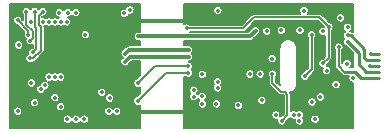
<source format=gbr>
G04 #@! TF.GenerationSoftware,KiCad,Pcbnew,(5.1.12)-1*
G04 #@! TF.CreationDate,2024-03-07T16:38:44+08:00*
G04 #@! TF.ProjectId,CM2_MesoScope,434d325f-4d65-4736-9f53-636f70652e6b,rev?*
G04 #@! TF.SameCoordinates,Original*
G04 #@! TF.FileFunction,Copper,L2,Inr*
G04 #@! TF.FilePolarity,Positive*
%FSLAX46Y46*%
G04 Gerber Fmt 4.6, Leading zero omitted, Abs format (unit mm)*
G04 Created by KiCad (PCBNEW (5.1.12)-1) date 2024-03-07 16:38:44*
%MOMM*%
%LPD*%
G01*
G04 APERTURE LIST*
G04 #@! TA.AperFunction,ViaPad*
%ADD10C,0.350000*%
G04 #@! TD*
G04 #@! TA.AperFunction,Conductor*
%ADD11C,0.304800*%
G04 #@! TD*
G04 #@! TA.AperFunction,Conductor*
%ADD12C,0.152400*%
G04 #@! TD*
G04 #@! TA.AperFunction,Conductor*
%ADD13C,0.203200*%
G04 #@! TD*
G04 #@! TA.AperFunction,Conductor*
%ADD14C,0.254000*%
G04 #@! TD*
G04 #@! TA.AperFunction,Conductor*
%ADD15C,0.100000*%
G04 #@! TD*
G04 APERTURE END LIST*
D10*
X126061640Y-112032820D03*
X125855900Y-114971600D03*
X126450260Y-116566720D03*
X121766500Y-117747820D03*
X120692080Y-115825040D03*
X116417260Y-111728020D03*
X117458660Y-108916240D03*
X117882840Y-111735640D03*
X113326080Y-114656640D03*
X103084840Y-111517220D03*
X101992640Y-113015820D03*
X100544840Y-112965020D03*
X101713240Y-111720420D03*
X116211660Y-115412000D03*
X116211660Y-114421400D03*
X106148040Y-117673420D03*
X101220440Y-108504020D03*
X104725640Y-108504020D03*
X104039840Y-108504020D03*
X99086840Y-114625420D03*
X98274040Y-117851220D03*
X101916400Y-117664000D03*
X103476640Y-115158820D03*
X106818640Y-113648020D03*
X105078450Y-113355420D03*
X106376640Y-109697820D03*
X107776040Y-117876620D03*
X106844028Y-115416608D03*
X106656640Y-112057820D03*
X104736640Y-117672820D03*
X106920240Y-108672420D03*
X103135640Y-110374220D03*
X97954840Y-108088220D03*
X102424440Y-115632020D03*
X117075360Y-114954800D03*
X114485860Y-109307960D03*
X114581860Y-115052640D03*
X113556860Y-117105140D03*
X113435300Y-111199020D03*
X123092382Y-116835960D03*
X124486840Y-114956360D03*
X122558280Y-112020820D03*
X124082980Y-108428560D03*
X125756840Y-115882780D03*
X115331660Y-114454800D03*
X115331660Y-114954800D03*
X115352260Y-108417960D03*
X122652200Y-108417640D03*
X122315140Y-110082100D03*
X106794040Y-116952820D03*
X98401640Y-116937820D03*
X120735260Y-110084640D03*
X119952940Y-112484940D03*
X114055060Y-113818440D03*
X113321000Y-115151940D03*
X117091660Y-116448580D03*
X121768660Y-117244900D03*
X114051040Y-116321820D03*
X123333680Y-116150160D03*
X126297860Y-112898960D03*
X122716460Y-113973380D03*
X123300660Y-110478340D03*
X114034740Y-115670100D03*
X101931640Y-108580220D03*
X99569440Y-114549220D03*
X107498640Y-112745820D03*
X106198840Y-115819220D03*
X107911640Y-108342224D03*
X112878360Y-112314080D03*
X108622000Y-110605360D03*
X118548320Y-110125280D03*
X101054634Y-114039414D03*
X100712440Y-114752424D03*
X100356840Y-115082618D03*
X118068260Y-113782880D03*
X102054640Y-114039406D03*
X102043400Y-116546400D03*
X108573740Y-116063800D03*
X112855938Y-113696520D03*
X122268660Y-117744900D03*
X122269420Y-117244900D03*
X118947100Y-113790500D03*
X101554640Y-114039438D03*
X101561640Y-115784420D03*
X108586440Y-114542340D03*
X112838400Y-113119940D03*
X119074100Y-116020620D03*
X102554640Y-109369422D03*
X102054640Y-109369426D03*
X101554640Y-109369422D03*
X101054640Y-109369422D03*
X100554640Y-109369406D03*
X99546840Y-109367620D03*
X98401640Y-109237820D03*
X99315440Y-110459820D03*
X99136640Y-108502820D03*
X99469642Y-110954420D03*
X99836640Y-108502820D03*
X99696440Y-111958420D03*
X100536640Y-108502820D03*
X99442440Y-112466420D03*
X104050040Y-117613220D03*
X99848840Y-116200220D03*
X103328640Y-108580220D03*
X102642840Y-108580220D03*
X98496640Y-111323420D03*
X105513040Y-115336620D03*
X102627640Y-117613220D03*
X103338840Y-117613220D03*
X107504440Y-112050620D03*
X107447038Y-108650991D03*
X106108240Y-116952820D03*
X112874640Y-111749020D03*
X113315920Y-115698040D03*
X115241240Y-116307640D03*
X125731440Y-109033080D03*
X119495740Y-110165920D03*
X124573200Y-113488240D03*
X126795700Y-114113080D03*
X119970720Y-113798120D03*
X120770820Y-117745280D03*
X120267900Y-117244900D03*
X123577520Y-117608120D03*
X125355520Y-114684580D03*
X124044320Y-115734160D03*
X124253160Y-112888800D03*
X104143980Y-110445320D03*
X124753540Y-109782380D03*
X112734260Y-109899220D03*
X124263320Y-110178620D03*
X128263820Y-113102160D03*
X126338360Y-109833320D03*
X128294300Y-112093780D03*
X126348660Y-110518980D03*
X126341040Y-111034600D03*
X125596820Y-111507040D03*
D11*
X112787600Y-109332800D02*
X108495000Y-109332800D01*
X112627580Y-117013760D02*
X108512780Y-117013760D01*
D12*
X123300660Y-113389180D02*
X122716460Y-113973380D01*
X123300660Y-110478340D02*
X123300660Y-113389180D01*
D11*
X107930380Y-112314080D02*
X107498640Y-112745820D01*
X112878360Y-112314080D02*
X107930380Y-112314080D01*
X108622000Y-110605360D02*
X118068240Y-110605360D01*
X118068240Y-110605360D02*
X118548320Y-110125280D01*
D13*
X108573740Y-116063800D02*
X110217120Y-114420420D01*
X110941020Y-113696520D02*
X110217120Y-114420420D01*
X112855938Y-113696520D02*
X110941020Y-113696520D01*
X110008840Y-113119940D02*
X108586440Y-114542340D01*
X112838400Y-113119940D02*
X110008840Y-113119940D01*
D12*
X99315440Y-110151620D02*
X98401640Y-109237820D01*
X99315440Y-110459820D02*
X99315440Y-110151620D01*
X99693639Y-110152219D02*
X99693639Y-110730423D01*
X99693639Y-110730423D02*
X99469642Y-110954420D01*
X99136640Y-109595220D02*
X99693639Y-110152219D01*
X99136640Y-108502820D02*
X99136640Y-109595220D01*
X99899640Y-109824820D02*
X99899640Y-108565820D01*
X99998443Y-109923623D02*
X99899640Y-109824820D01*
X99998443Y-111656417D02*
X99998443Y-109923623D01*
X99696440Y-111958420D02*
X99998443Y-111656417D01*
X100201839Y-108837621D02*
X100536640Y-108502820D01*
X100382240Y-109824820D02*
X100201839Y-109644419D01*
X100201839Y-109644419D02*
X100201839Y-108837621D01*
X100382240Y-111794766D02*
X100382240Y-109824820D01*
X99710586Y-112466420D02*
X100382240Y-111794766D01*
X99442440Y-112466420D02*
X99710586Y-112466420D01*
D11*
X107806040Y-111749020D02*
X107504440Y-112050620D01*
X112874640Y-111749020D02*
X107806040Y-111749020D01*
D12*
X120770820Y-117745280D02*
X121254446Y-117261654D01*
X121254446Y-117261654D02*
X121254446Y-115519214D01*
X121020278Y-115285046D02*
X121254446Y-115519214D01*
X120776926Y-115285046D02*
X121020278Y-115285046D01*
X120693106Y-115285046D02*
X120776926Y-115285046D01*
X119970720Y-114562660D02*
X120693106Y-115285046D01*
X119970720Y-113798120D02*
X119970720Y-114562660D01*
X124753540Y-109782380D02*
X124753540Y-109782380D01*
X124753540Y-112388420D02*
X124253160Y-112888800D01*
X124753540Y-109782380D02*
X124753540Y-112388420D01*
X124753540Y-109782380D02*
X123963600Y-108992440D01*
X123963600Y-108992440D02*
X118416240Y-108992440D01*
X118416240Y-108992440D02*
X117509460Y-109899220D01*
X117509460Y-109899220D02*
X112734260Y-109899220D01*
D14*
X128263820Y-113102160D02*
X129005500Y-113102160D01*
X128294300Y-112093780D02*
X129005500Y-112093780D01*
X126348660Y-110518980D02*
X126620440Y-110518980D01*
X126620440Y-110518980D02*
X127763440Y-111661980D01*
X127763440Y-111661980D02*
X127763440Y-112396040D01*
X127763440Y-112396040D02*
X127969180Y-112601780D01*
X127969180Y-112601780D02*
X129005500Y-112601780D01*
X127931080Y-113600000D02*
X129008040Y-113600000D01*
X127275760Y-112944680D02*
X127931080Y-113600000D01*
X127275760Y-111969320D02*
X127275760Y-112944680D01*
X126341040Y-111034600D02*
X127275760Y-111969320D01*
D12*
X125596820Y-111507040D02*
X125596820Y-113127560D01*
X125596820Y-113127560D02*
X126046400Y-113577140D01*
D14*
X126046400Y-113577140D02*
X126970960Y-113577140D01*
X126970960Y-113577140D02*
X127494200Y-114100380D01*
X127494200Y-114100380D02*
X129005500Y-114100380D01*
D12*
X108799800Y-110224360D02*
X108756843Y-110224360D01*
X108739726Y-110217270D01*
X108661751Y-110201760D01*
X108582249Y-110201760D01*
X108504274Y-110217270D01*
X108430824Y-110247694D01*
X108364720Y-110291863D01*
X108308503Y-110348080D01*
X108264334Y-110414184D01*
X108233910Y-110487634D01*
X108218400Y-110565609D01*
X108218400Y-110645111D01*
X108233910Y-110723086D01*
X108264334Y-110796536D01*
X108308503Y-110862640D01*
X108364720Y-110918857D01*
X108430824Y-110963026D01*
X108504274Y-110993450D01*
X108582249Y-111008960D01*
X108661751Y-111008960D01*
X108739726Y-110993450D01*
X108756843Y-110986360D01*
X108799800Y-110986360D01*
X108799800Y-111368020D01*
X107824750Y-111368020D01*
X107806040Y-111366177D01*
X107787330Y-111368020D01*
X107787327Y-111368020D01*
X107731351Y-111373533D01*
X107659532Y-111395319D01*
X107593343Y-111430698D01*
X107564012Y-111454770D01*
X107535329Y-111478309D01*
X107523398Y-111492847D01*
X107330382Y-111685863D01*
X107313264Y-111692954D01*
X107247160Y-111737123D01*
X107190943Y-111793340D01*
X107146774Y-111859444D01*
X107116350Y-111932894D01*
X107100840Y-112010869D01*
X107100840Y-112090371D01*
X107116350Y-112168346D01*
X107146774Y-112241796D01*
X107190943Y-112307900D01*
X107247160Y-112364117D01*
X107295299Y-112396282D01*
X107241360Y-112432323D01*
X107185143Y-112488540D01*
X107140974Y-112554644D01*
X107110550Y-112628094D01*
X107095040Y-112706069D01*
X107095040Y-112785571D01*
X107110550Y-112863546D01*
X107140974Y-112936996D01*
X107185143Y-113003100D01*
X107241360Y-113059317D01*
X107307464Y-113103486D01*
X107380914Y-113133910D01*
X107458889Y-113149420D01*
X107538391Y-113149420D01*
X107616366Y-113133910D01*
X107689816Y-113103486D01*
X107755920Y-113059317D01*
X107812137Y-113003100D01*
X107856306Y-112936996D01*
X107863397Y-112919878D01*
X108088195Y-112695080D01*
X108799800Y-112695080D01*
X108799800Y-113862008D01*
X108517203Y-114144605D01*
X108468714Y-114154250D01*
X108395264Y-114184674D01*
X108329160Y-114228843D01*
X108272943Y-114285060D01*
X108228774Y-114351164D01*
X108198350Y-114424614D01*
X108182840Y-114502589D01*
X108182840Y-114582091D01*
X108198350Y-114660066D01*
X108228774Y-114733516D01*
X108272943Y-114799620D01*
X108329160Y-114855837D01*
X108395264Y-114900006D01*
X108468714Y-114930430D01*
X108546689Y-114945940D01*
X108626191Y-114945940D01*
X108704166Y-114930430D01*
X108777616Y-114900006D01*
X108799800Y-114885183D01*
X108799800Y-115370768D01*
X108504503Y-115666065D01*
X108456014Y-115675710D01*
X108382564Y-115706134D01*
X108316460Y-115750303D01*
X108260243Y-115806520D01*
X108216074Y-115872624D01*
X108185650Y-115946074D01*
X108170140Y-116024049D01*
X108170140Y-116103551D01*
X108185650Y-116181526D01*
X108216074Y-116254976D01*
X108260243Y-116321080D01*
X108316460Y-116377297D01*
X108382564Y-116421466D01*
X108456014Y-116451890D01*
X108533989Y-116467400D01*
X108613491Y-116467400D01*
X108691466Y-116451890D01*
X108764916Y-116421466D01*
X108799800Y-116398157D01*
X108799800Y-118349800D01*
X97776291Y-118349800D01*
X97777215Y-117573469D01*
X102224040Y-117573469D01*
X102224040Y-117652971D01*
X102239550Y-117730946D01*
X102269974Y-117804396D01*
X102314143Y-117870500D01*
X102370360Y-117926717D01*
X102436464Y-117970886D01*
X102509914Y-118001310D01*
X102587889Y-118016820D01*
X102667391Y-118016820D01*
X102745366Y-118001310D01*
X102818816Y-117970886D01*
X102884920Y-117926717D01*
X102941137Y-117870500D01*
X102983240Y-117807488D01*
X103025343Y-117870500D01*
X103081560Y-117926717D01*
X103147664Y-117970886D01*
X103221114Y-118001310D01*
X103299089Y-118016820D01*
X103378591Y-118016820D01*
X103456566Y-118001310D01*
X103530016Y-117970886D01*
X103596120Y-117926717D01*
X103652337Y-117870500D01*
X103694440Y-117807488D01*
X103736543Y-117870500D01*
X103792760Y-117926717D01*
X103858864Y-117970886D01*
X103932314Y-118001310D01*
X104010289Y-118016820D01*
X104089791Y-118016820D01*
X104167766Y-118001310D01*
X104241216Y-117970886D01*
X104307320Y-117926717D01*
X104363537Y-117870500D01*
X104407706Y-117804396D01*
X104438130Y-117730946D01*
X104453640Y-117652971D01*
X104453640Y-117573469D01*
X104438130Y-117495494D01*
X104407706Y-117422044D01*
X104363537Y-117355940D01*
X104307320Y-117299723D01*
X104241216Y-117255554D01*
X104167766Y-117225130D01*
X104089791Y-117209620D01*
X104010289Y-117209620D01*
X103932314Y-117225130D01*
X103858864Y-117255554D01*
X103792760Y-117299723D01*
X103736543Y-117355940D01*
X103694440Y-117418952D01*
X103652337Y-117355940D01*
X103596120Y-117299723D01*
X103530016Y-117255554D01*
X103456566Y-117225130D01*
X103378591Y-117209620D01*
X103299089Y-117209620D01*
X103221114Y-117225130D01*
X103147664Y-117255554D01*
X103081560Y-117299723D01*
X103025343Y-117355940D01*
X102983240Y-117418952D01*
X102941137Y-117355940D01*
X102884920Y-117299723D01*
X102818816Y-117255554D01*
X102745366Y-117225130D01*
X102667391Y-117209620D01*
X102587889Y-117209620D01*
X102509914Y-117225130D01*
X102436464Y-117255554D01*
X102370360Y-117299723D01*
X102314143Y-117355940D01*
X102269974Y-117422044D01*
X102239550Y-117495494D01*
X102224040Y-117573469D01*
X97777215Y-117573469D01*
X97778019Y-116898069D01*
X97998040Y-116898069D01*
X97998040Y-116977571D01*
X98013550Y-117055546D01*
X98043974Y-117128996D01*
X98088143Y-117195100D01*
X98144360Y-117251317D01*
X98210464Y-117295486D01*
X98283914Y-117325910D01*
X98361889Y-117341420D01*
X98441391Y-117341420D01*
X98519366Y-117325910D01*
X98592816Y-117295486D01*
X98658920Y-117251317D01*
X98715137Y-117195100D01*
X98759306Y-117128996D01*
X98789730Y-117055546D01*
X98805240Y-116977571D01*
X98805240Y-116898069D01*
X98789730Y-116820094D01*
X98759306Y-116746644D01*
X98715137Y-116680540D01*
X98658920Y-116624323D01*
X98592816Y-116580154D01*
X98519366Y-116549730D01*
X98441391Y-116534220D01*
X98361889Y-116534220D01*
X98283914Y-116549730D01*
X98210464Y-116580154D01*
X98144360Y-116624323D01*
X98088143Y-116680540D01*
X98043974Y-116746644D01*
X98013550Y-116820094D01*
X97998040Y-116898069D01*
X97778019Y-116898069D01*
X97778896Y-116160469D01*
X99445240Y-116160469D01*
X99445240Y-116239971D01*
X99460750Y-116317946D01*
X99491174Y-116391396D01*
X99535343Y-116457500D01*
X99591560Y-116513717D01*
X99657664Y-116557886D01*
X99731114Y-116588310D01*
X99809089Y-116603820D01*
X99888591Y-116603820D01*
X99966566Y-116588310D01*
X100040016Y-116557886D01*
X100106120Y-116513717D01*
X100113188Y-116506649D01*
X101639800Y-116506649D01*
X101639800Y-116586151D01*
X101655310Y-116664126D01*
X101685734Y-116737576D01*
X101729903Y-116803680D01*
X101786120Y-116859897D01*
X101852224Y-116904066D01*
X101925674Y-116934490D01*
X102003649Y-116950000D01*
X102083151Y-116950000D01*
X102161126Y-116934490D01*
X102212840Y-116913069D01*
X105704640Y-116913069D01*
X105704640Y-116992571D01*
X105720150Y-117070546D01*
X105750574Y-117143996D01*
X105794743Y-117210100D01*
X105850960Y-117266317D01*
X105917064Y-117310486D01*
X105990514Y-117340910D01*
X106068489Y-117356420D01*
X106147991Y-117356420D01*
X106225966Y-117340910D01*
X106299416Y-117310486D01*
X106365520Y-117266317D01*
X106421737Y-117210100D01*
X106451140Y-117166095D01*
X106480543Y-117210100D01*
X106536760Y-117266317D01*
X106602864Y-117310486D01*
X106676314Y-117340910D01*
X106754289Y-117356420D01*
X106833791Y-117356420D01*
X106911766Y-117340910D01*
X106985216Y-117310486D01*
X107051320Y-117266317D01*
X107107537Y-117210100D01*
X107151706Y-117143996D01*
X107182130Y-117070546D01*
X107197640Y-116992571D01*
X107197640Y-116913069D01*
X107182130Y-116835094D01*
X107151706Y-116761644D01*
X107107537Y-116695540D01*
X107051320Y-116639323D01*
X106985216Y-116595154D01*
X106911766Y-116564730D01*
X106833791Y-116549220D01*
X106754289Y-116549220D01*
X106676314Y-116564730D01*
X106602864Y-116595154D01*
X106536760Y-116639323D01*
X106480543Y-116695540D01*
X106451140Y-116739545D01*
X106421737Y-116695540D01*
X106365520Y-116639323D01*
X106299416Y-116595154D01*
X106225966Y-116564730D01*
X106147991Y-116549220D01*
X106068489Y-116549220D01*
X105990514Y-116564730D01*
X105917064Y-116595154D01*
X105850960Y-116639323D01*
X105794743Y-116695540D01*
X105750574Y-116761644D01*
X105720150Y-116835094D01*
X105704640Y-116913069D01*
X102212840Y-116913069D01*
X102234576Y-116904066D01*
X102300680Y-116859897D01*
X102356897Y-116803680D01*
X102401066Y-116737576D01*
X102431490Y-116664126D01*
X102447000Y-116586151D01*
X102447000Y-116506649D01*
X102431490Y-116428674D01*
X102401066Y-116355224D01*
X102356897Y-116289120D01*
X102300680Y-116232903D01*
X102234576Y-116188734D01*
X102161126Y-116158310D01*
X102083151Y-116142800D01*
X102003649Y-116142800D01*
X101925674Y-116158310D01*
X101852224Y-116188734D01*
X101786120Y-116232903D01*
X101729903Y-116289120D01*
X101685734Y-116355224D01*
X101655310Y-116428674D01*
X101639800Y-116506649D01*
X100113188Y-116506649D01*
X100162337Y-116457500D01*
X100206506Y-116391396D01*
X100236930Y-116317946D01*
X100252440Y-116239971D01*
X100252440Y-116160469D01*
X100236930Y-116082494D01*
X100206506Y-116009044D01*
X100162337Y-115942940D01*
X100106120Y-115886723D01*
X100040016Y-115842554D01*
X99966566Y-115812130D01*
X99888591Y-115796620D01*
X99809089Y-115796620D01*
X99731114Y-115812130D01*
X99657664Y-115842554D01*
X99591560Y-115886723D01*
X99535343Y-115942940D01*
X99491174Y-116009044D01*
X99460750Y-116082494D01*
X99445240Y-116160469D01*
X97778896Y-116160469D01*
X97779390Y-115744669D01*
X101158040Y-115744669D01*
X101158040Y-115824171D01*
X101173550Y-115902146D01*
X101203974Y-115975596D01*
X101248143Y-116041700D01*
X101304360Y-116097917D01*
X101370464Y-116142086D01*
X101443914Y-116172510D01*
X101521889Y-116188020D01*
X101601391Y-116188020D01*
X101679366Y-116172510D01*
X101752816Y-116142086D01*
X101818920Y-116097917D01*
X101875137Y-116041700D01*
X101919306Y-115975596D01*
X101949730Y-115902146D01*
X101965240Y-115824171D01*
X101965240Y-115779469D01*
X105795240Y-115779469D01*
X105795240Y-115858971D01*
X105810750Y-115936946D01*
X105841174Y-116010396D01*
X105885343Y-116076500D01*
X105941560Y-116132717D01*
X106007664Y-116176886D01*
X106081114Y-116207310D01*
X106159089Y-116222820D01*
X106238591Y-116222820D01*
X106316566Y-116207310D01*
X106390016Y-116176886D01*
X106456120Y-116132717D01*
X106512337Y-116076500D01*
X106556506Y-116010396D01*
X106586930Y-115936946D01*
X106602440Y-115858971D01*
X106602440Y-115779469D01*
X106586930Y-115701494D01*
X106556506Y-115628044D01*
X106512337Y-115561940D01*
X106456120Y-115505723D01*
X106390016Y-115461554D01*
X106316566Y-115431130D01*
X106238591Y-115415620D01*
X106159089Y-115415620D01*
X106081114Y-115431130D01*
X106007664Y-115461554D01*
X105941560Y-115505723D01*
X105885343Y-115561940D01*
X105841174Y-115628044D01*
X105810750Y-115701494D01*
X105795240Y-115779469D01*
X101965240Y-115779469D01*
X101965240Y-115744669D01*
X101949730Y-115666694D01*
X101919306Y-115593244D01*
X101875137Y-115527140D01*
X101818920Y-115470923D01*
X101752816Y-115426754D01*
X101679366Y-115396330D01*
X101601391Y-115380820D01*
X101521889Y-115380820D01*
X101443914Y-115396330D01*
X101370464Y-115426754D01*
X101304360Y-115470923D01*
X101248143Y-115527140D01*
X101203974Y-115593244D01*
X101173550Y-115666694D01*
X101158040Y-115744669D01*
X97779390Y-115744669D01*
X97780226Y-115042867D01*
X99953240Y-115042867D01*
X99953240Y-115122369D01*
X99968750Y-115200344D01*
X99999174Y-115273794D01*
X100043343Y-115339898D01*
X100099560Y-115396115D01*
X100165664Y-115440284D01*
X100239114Y-115470708D01*
X100317089Y-115486218D01*
X100396591Y-115486218D01*
X100474566Y-115470708D01*
X100548016Y-115440284D01*
X100614120Y-115396115D01*
X100670337Y-115339898D01*
X100699087Y-115296869D01*
X105109440Y-115296869D01*
X105109440Y-115376371D01*
X105124950Y-115454346D01*
X105155374Y-115527796D01*
X105199543Y-115593900D01*
X105255760Y-115650117D01*
X105321864Y-115694286D01*
X105395314Y-115724710D01*
X105473289Y-115740220D01*
X105552791Y-115740220D01*
X105630766Y-115724710D01*
X105704216Y-115694286D01*
X105770320Y-115650117D01*
X105826537Y-115593900D01*
X105870706Y-115527796D01*
X105901130Y-115454346D01*
X105916640Y-115376371D01*
X105916640Y-115296869D01*
X105901130Y-115218894D01*
X105870706Y-115145444D01*
X105826537Y-115079340D01*
X105770320Y-115023123D01*
X105704216Y-114978954D01*
X105630766Y-114948530D01*
X105552791Y-114933020D01*
X105473289Y-114933020D01*
X105395314Y-114948530D01*
X105321864Y-114978954D01*
X105255760Y-115023123D01*
X105199543Y-115079340D01*
X105155374Y-115145444D01*
X105124950Y-115218894D01*
X105109440Y-115296869D01*
X100699087Y-115296869D01*
X100714506Y-115273794D01*
X100744930Y-115200344D01*
X100753810Y-115155702D01*
X100830166Y-115140514D01*
X100903616Y-115110090D01*
X100969720Y-115065921D01*
X101025937Y-115009704D01*
X101070106Y-114943600D01*
X101100530Y-114870150D01*
X101116040Y-114792175D01*
X101116040Y-114712673D01*
X101100530Y-114634698D01*
X101070106Y-114561248D01*
X101025937Y-114495144D01*
X100969720Y-114438927D01*
X100959286Y-114431955D01*
X101014883Y-114443014D01*
X101094385Y-114443014D01*
X101172360Y-114427504D01*
X101245810Y-114397080D01*
X101304619Y-114357785D01*
X101363464Y-114397104D01*
X101436914Y-114427528D01*
X101514889Y-114443038D01*
X101594391Y-114443038D01*
X101672366Y-114427528D01*
X101745816Y-114397104D01*
X101804664Y-114357783D01*
X101863464Y-114397072D01*
X101936914Y-114427496D01*
X102014889Y-114443006D01*
X102094391Y-114443006D01*
X102172366Y-114427496D01*
X102245816Y-114397072D01*
X102311920Y-114352903D01*
X102368137Y-114296686D01*
X102412306Y-114230582D01*
X102442730Y-114157132D01*
X102458240Y-114079157D01*
X102458240Y-113999655D01*
X102442730Y-113921680D01*
X102412306Y-113848230D01*
X102368137Y-113782126D01*
X102311920Y-113725909D01*
X102245816Y-113681740D01*
X102172366Y-113651316D01*
X102094391Y-113635806D01*
X102014889Y-113635806D01*
X101936914Y-113651316D01*
X101863464Y-113681740D01*
X101804616Y-113721061D01*
X101745816Y-113681772D01*
X101672366Y-113651348D01*
X101594391Y-113635838D01*
X101514889Y-113635838D01*
X101436914Y-113651348D01*
X101363464Y-113681772D01*
X101304655Y-113721067D01*
X101245810Y-113681748D01*
X101172360Y-113651324D01*
X101094385Y-113635814D01*
X101014883Y-113635814D01*
X100936908Y-113651324D01*
X100863458Y-113681748D01*
X100797354Y-113725917D01*
X100741137Y-113782134D01*
X100696968Y-113848238D01*
X100666544Y-113921688D01*
X100651034Y-113999663D01*
X100651034Y-114079165D01*
X100666544Y-114157140D01*
X100696968Y-114230590D01*
X100741137Y-114296694D01*
X100797354Y-114352911D01*
X100807788Y-114359883D01*
X100752191Y-114348824D01*
X100672689Y-114348824D01*
X100594714Y-114364334D01*
X100521264Y-114394758D01*
X100455160Y-114438927D01*
X100398943Y-114495144D01*
X100354774Y-114561248D01*
X100324350Y-114634698D01*
X100315470Y-114679340D01*
X100239114Y-114694528D01*
X100165664Y-114724952D01*
X100099560Y-114769121D01*
X100043343Y-114825338D01*
X99999174Y-114891442D01*
X99968750Y-114964892D01*
X99953240Y-115042867D01*
X97780226Y-115042867D01*
X97780862Y-114509469D01*
X99165840Y-114509469D01*
X99165840Y-114588971D01*
X99181350Y-114666946D01*
X99211774Y-114740396D01*
X99255943Y-114806500D01*
X99312160Y-114862717D01*
X99378264Y-114906886D01*
X99451714Y-114937310D01*
X99529689Y-114952820D01*
X99609191Y-114952820D01*
X99687166Y-114937310D01*
X99760616Y-114906886D01*
X99826720Y-114862717D01*
X99882937Y-114806500D01*
X99927106Y-114740396D01*
X99957530Y-114666946D01*
X99973040Y-114588971D01*
X99973040Y-114509469D01*
X99957530Y-114431494D01*
X99927106Y-114358044D01*
X99882937Y-114291940D01*
X99826720Y-114235723D01*
X99760616Y-114191554D01*
X99687166Y-114161130D01*
X99609191Y-114145620D01*
X99529689Y-114145620D01*
X99451714Y-114161130D01*
X99378264Y-114191554D01*
X99312160Y-114235723D01*
X99255943Y-114291940D01*
X99211774Y-114358044D01*
X99181350Y-114431494D01*
X99165840Y-114509469D01*
X97780862Y-114509469D01*
X97784702Y-111283669D01*
X98093040Y-111283669D01*
X98093040Y-111363171D01*
X98108550Y-111441146D01*
X98138974Y-111514596D01*
X98183143Y-111580700D01*
X98239360Y-111636917D01*
X98305464Y-111681086D01*
X98378914Y-111711510D01*
X98456889Y-111727020D01*
X98536391Y-111727020D01*
X98614366Y-111711510D01*
X98687816Y-111681086D01*
X98753920Y-111636917D01*
X98810137Y-111580700D01*
X98854306Y-111514596D01*
X98884730Y-111441146D01*
X98900240Y-111363171D01*
X98900240Y-111283669D01*
X98884730Y-111205694D01*
X98854306Y-111132244D01*
X98810137Y-111066140D01*
X98753920Y-111009923D01*
X98687816Y-110965754D01*
X98614366Y-110935330D01*
X98536391Y-110919820D01*
X98456889Y-110919820D01*
X98378914Y-110935330D01*
X98305464Y-110965754D01*
X98239360Y-111009923D01*
X98183143Y-111066140D01*
X98138974Y-111132244D01*
X98108550Y-111205694D01*
X98093040Y-111283669D01*
X97784702Y-111283669D01*
X97787185Y-109198069D01*
X97998040Y-109198069D01*
X97998040Y-109277571D01*
X98013550Y-109355546D01*
X98043974Y-109428996D01*
X98088143Y-109495100D01*
X98144360Y-109551317D01*
X98210464Y-109595486D01*
X98283914Y-109625910D01*
X98361889Y-109641420D01*
X98374189Y-109641420D01*
X98975253Y-110242485D01*
X98957774Y-110268644D01*
X98927350Y-110342094D01*
X98911840Y-110420069D01*
X98911840Y-110499571D01*
X98927350Y-110577546D01*
X98957774Y-110650996D01*
X99001943Y-110717100D01*
X99058160Y-110773317D01*
X99097042Y-110799297D01*
X99081552Y-110836694D01*
X99066042Y-110914669D01*
X99066042Y-110994171D01*
X99081552Y-111072146D01*
X99111976Y-111145596D01*
X99156145Y-111211700D01*
X99212362Y-111267917D01*
X99278466Y-111312086D01*
X99351916Y-111342510D01*
X99429891Y-111358020D01*
X99509393Y-111358020D01*
X99587368Y-111342510D01*
X99660818Y-111312086D01*
X99693643Y-111290153D01*
X99693643Y-111530165D01*
X99668988Y-111554820D01*
X99656689Y-111554820D01*
X99578714Y-111570330D01*
X99505264Y-111600754D01*
X99439160Y-111644923D01*
X99382943Y-111701140D01*
X99338774Y-111767244D01*
X99308350Y-111840694D01*
X99292840Y-111918669D01*
X99292840Y-111998171D01*
X99308350Y-112076146D01*
X99311519Y-112083796D01*
X99251264Y-112108754D01*
X99185160Y-112152923D01*
X99128943Y-112209140D01*
X99084774Y-112275244D01*
X99054350Y-112348694D01*
X99038840Y-112426669D01*
X99038840Y-112506171D01*
X99054350Y-112584146D01*
X99084774Y-112657596D01*
X99128943Y-112723700D01*
X99185160Y-112779917D01*
X99251264Y-112824086D01*
X99324714Y-112854510D01*
X99402689Y-112870020D01*
X99482191Y-112870020D01*
X99560166Y-112854510D01*
X99633616Y-112824086D01*
X99699720Y-112779917D01*
X99707270Y-112772367D01*
X99710586Y-112772693D01*
X99725544Y-112771220D01*
X99725552Y-112771220D01*
X99770337Y-112766809D01*
X99827792Y-112749380D01*
X99880743Y-112721078D01*
X99927154Y-112682988D01*
X99936698Y-112671359D01*
X100587185Y-112020873D01*
X100598808Y-112011334D01*
X100636898Y-111964923D01*
X100665200Y-111911972D01*
X100680553Y-111861361D01*
X100682629Y-111854518D01*
X100685663Y-111823709D01*
X100687040Y-111809732D01*
X100687040Y-111809725D01*
X100688513Y-111794767D01*
X100687040Y-111779809D01*
X100687040Y-110405569D01*
X103740380Y-110405569D01*
X103740380Y-110485071D01*
X103755890Y-110563046D01*
X103786314Y-110636496D01*
X103830483Y-110702600D01*
X103886700Y-110758817D01*
X103952804Y-110802986D01*
X104026254Y-110833410D01*
X104104229Y-110848920D01*
X104183731Y-110848920D01*
X104261706Y-110833410D01*
X104335156Y-110802986D01*
X104401260Y-110758817D01*
X104457477Y-110702600D01*
X104501646Y-110636496D01*
X104532070Y-110563046D01*
X104547580Y-110485071D01*
X104547580Y-110405569D01*
X104532070Y-110327594D01*
X104501646Y-110254144D01*
X104457477Y-110188040D01*
X104401260Y-110131823D01*
X104335156Y-110087654D01*
X104261706Y-110057230D01*
X104183731Y-110041720D01*
X104104229Y-110041720D01*
X104026254Y-110057230D01*
X103952804Y-110087654D01*
X103886700Y-110131823D01*
X103830483Y-110188040D01*
X103786314Y-110254144D01*
X103755890Y-110327594D01*
X103740380Y-110405569D01*
X100687040Y-110405569D01*
X100687040Y-109839778D01*
X100688513Y-109824820D01*
X100687040Y-109809862D01*
X100687040Y-109809854D01*
X100682629Y-109765069D01*
X100679443Y-109754565D01*
X100745816Y-109727072D01*
X100804628Y-109687775D01*
X100863464Y-109727088D01*
X100936914Y-109757512D01*
X101014889Y-109773022D01*
X101094391Y-109773022D01*
X101172366Y-109757512D01*
X101245816Y-109727088D01*
X101304640Y-109687783D01*
X101363464Y-109727088D01*
X101436914Y-109757512D01*
X101514889Y-109773022D01*
X101594391Y-109773022D01*
X101672366Y-109757512D01*
X101745816Y-109727088D01*
X101804637Y-109687785D01*
X101863464Y-109727092D01*
X101936914Y-109757516D01*
X102014889Y-109773026D01*
X102094391Y-109773026D01*
X102172366Y-109757516D01*
X102245816Y-109727092D01*
X102304643Y-109687785D01*
X102363464Y-109727088D01*
X102436914Y-109757512D01*
X102514889Y-109773022D01*
X102594391Y-109773022D01*
X102672366Y-109757512D01*
X102745816Y-109727088D01*
X102811920Y-109682919D01*
X102868137Y-109626702D01*
X102912306Y-109560598D01*
X102942730Y-109487148D01*
X102958240Y-109409173D01*
X102958240Y-109329671D01*
X102942730Y-109251696D01*
X102912306Y-109178246D01*
X102868137Y-109112142D01*
X102811920Y-109055925D01*
X102745816Y-109011756D01*
X102678373Y-108983820D01*
X102682591Y-108983820D01*
X102760566Y-108968310D01*
X102834016Y-108937886D01*
X102900120Y-108893717D01*
X102956337Y-108837500D01*
X102985740Y-108793495D01*
X103015143Y-108837500D01*
X103071360Y-108893717D01*
X103137464Y-108937886D01*
X103210914Y-108968310D01*
X103288889Y-108983820D01*
X103368391Y-108983820D01*
X103446366Y-108968310D01*
X103519816Y-108937886D01*
X103585920Y-108893717D01*
X103642137Y-108837500D01*
X103686306Y-108771396D01*
X103716730Y-108697946D01*
X103732240Y-108619971D01*
X103732240Y-108611240D01*
X107043438Y-108611240D01*
X107043438Y-108690742D01*
X107058948Y-108768717D01*
X107089372Y-108842167D01*
X107133541Y-108908271D01*
X107189758Y-108964488D01*
X107255862Y-109008657D01*
X107329312Y-109039081D01*
X107407287Y-109054591D01*
X107486789Y-109054591D01*
X107564764Y-109039081D01*
X107638214Y-109008657D01*
X107704318Y-108964488D01*
X107760535Y-108908271D01*
X107804704Y-108842167D01*
X107835128Y-108768717D01*
X107840907Y-108739661D01*
X107871889Y-108745824D01*
X107951391Y-108745824D01*
X108029366Y-108730314D01*
X108102816Y-108699890D01*
X108168920Y-108655721D01*
X108225137Y-108599504D01*
X108269306Y-108533400D01*
X108299730Y-108459950D01*
X108315240Y-108381975D01*
X108315240Y-108302473D01*
X108299730Y-108224498D01*
X108269306Y-108151048D01*
X108225137Y-108084944D01*
X108168920Y-108028727D01*
X108102816Y-107984558D01*
X108029366Y-107954134D01*
X107951391Y-107938624D01*
X107871889Y-107938624D01*
X107793914Y-107954134D01*
X107720464Y-107984558D01*
X107654360Y-108028727D01*
X107598143Y-108084944D01*
X107553974Y-108151048D01*
X107523550Y-108224498D01*
X107517771Y-108253554D01*
X107486789Y-108247391D01*
X107407287Y-108247391D01*
X107329312Y-108262901D01*
X107255862Y-108293325D01*
X107189758Y-108337494D01*
X107133541Y-108393711D01*
X107089372Y-108459815D01*
X107058948Y-108533265D01*
X107043438Y-108611240D01*
X103732240Y-108611240D01*
X103732240Y-108540469D01*
X103716730Y-108462494D01*
X103686306Y-108389044D01*
X103642137Y-108322940D01*
X103585920Y-108266723D01*
X103519816Y-108222554D01*
X103446366Y-108192130D01*
X103368391Y-108176620D01*
X103288889Y-108176620D01*
X103210914Y-108192130D01*
X103137464Y-108222554D01*
X103071360Y-108266723D01*
X103015143Y-108322940D01*
X102985740Y-108366945D01*
X102956337Y-108322940D01*
X102900120Y-108266723D01*
X102834016Y-108222554D01*
X102760566Y-108192130D01*
X102682591Y-108176620D01*
X102603089Y-108176620D01*
X102525114Y-108192130D01*
X102451664Y-108222554D01*
X102385560Y-108266723D01*
X102329343Y-108322940D01*
X102287240Y-108385952D01*
X102245137Y-108322940D01*
X102188920Y-108266723D01*
X102122816Y-108222554D01*
X102049366Y-108192130D01*
X101971391Y-108176620D01*
X101891889Y-108176620D01*
X101813914Y-108192130D01*
X101740464Y-108222554D01*
X101674360Y-108266723D01*
X101618143Y-108322940D01*
X101573974Y-108389044D01*
X101543550Y-108462494D01*
X101528040Y-108540469D01*
X101528040Y-108619971D01*
X101543550Y-108697946D01*
X101573974Y-108771396D01*
X101618143Y-108837500D01*
X101674360Y-108893717D01*
X101740464Y-108937886D01*
X101813914Y-108968310D01*
X101891889Y-108983820D01*
X101930917Y-108983820D01*
X101863464Y-109011760D01*
X101804643Y-109051063D01*
X101745816Y-109011756D01*
X101672366Y-108981332D01*
X101594391Y-108965822D01*
X101514889Y-108965822D01*
X101436914Y-108981332D01*
X101363464Y-109011756D01*
X101304640Y-109051061D01*
X101245816Y-109011756D01*
X101172366Y-108981332D01*
X101094391Y-108965822D01*
X101014889Y-108965822D01*
X100936914Y-108981332D01*
X100863464Y-109011756D01*
X100804652Y-109051053D01*
X100745816Y-109011740D01*
X100672366Y-108981316D01*
X100594391Y-108965806D01*
X100514889Y-108965806D01*
X100506639Y-108967447D01*
X100506639Y-108963872D01*
X100564091Y-108906420D01*
X100576391Y-108906420D01*
X100654366Y-108890910D01*
X100727816Y-108860486D01*
X100793920Y-108816317D01*
X100850137Y-108760100D01*
X100894306Y-108693996D01*
X100924730Y-108620546D01*
X100940240Y-108542571D01*
X100940240Y-108463069D01*
X100924730Y-108385094D01*
X100894306Y-108311644D01*
X100850137Y-108245540D01*
X100793920Y-108189323D01*
X100727816Y-108145154D01*
X100654366Y-108114730D01*
X100576391Y-108099220D01*
X100496889Y-108099220D01*
X100418914Y-108114730D01*
X100345464Y-108145154D01*
X100279360Y-108189323D01*
X100223143Y-108245540D01*
X100186640Y-108300171D01*
X100150137Y-108245540D01*
X100093920Y-108189323D01*
X100027816Y-108145154D01*
X99954366Y-108114730D01*
X99876391Y-108099220D01*
X99796889Y-108099220D01*
X99718914Y-108114730D01*
X99645464Y-108145154D01*
X99579360Y-108189323D01*
X99523143Y-108245540D01*
X99486640Y-108300171D01*
X99450137Y-108245540D01*
X99393920Y-108189323D01*
X99327816Y-108145154D01*
X99254366Y-108114730D01*
X99176391Y-108099220D01*
X99096889Y-108099220D01*
X99018914Y-108114730D01*
X98945464Y-108145154D01*
X98879360Y-108189323D01*
X98823143Y-108245540D01*
X98778974Y-108311644D01*
X98748550Y-108385094D01*
X98733040Y-108463069D01*
X98733040Y-108542571D01*
X98748550Y-108620546D01*
X98778974Y-108693996D01*
X98823143Y-108760100D01*
X98831840Y-108768797D01*
X98831841Y-109236969D01*
X98805240Y-109210369D01*
X98805240Y-109198069D01*
X98789730Y-109120094D01*
X98759306Y-109046644D01*
X98715137Y-108980540D01*
X98658920Y-108924323D01*
X98592816Y-108880154D01*
X98519366Y-108849730D01*
X98441391Y-108834220D01*
X98361889Y-108834220D01*
X98283914Y-108849730D01*
X98210464Y-108880154D01*
X98144360Y-108924323D01*
X98088143Y-108980540D01*
X98043974Y-109046644D01*
X98013550Y-109120094D01*
X97998040Y-109198069D01*
X97787185Y-109198069D01*
X97788809Y-107834200D01*
X108799800Y-107834200D01*
X108799800Y-110224360D01*
G04 #@! TA.AperFunction,Conductor*
D15*
G36*
X108799800Y-110224360D02*
G01*
X108756843Y-110224360D01*
X108739726Y-110217270D01*
X108661751Y-110201760D01*
X108582249Y-110201760D01*
X108504274Y-110217270D01*
X108430824Y-110247694D01*
X108364720Y-110291863D01*
X108308503Y-110348080D01*
X108264334Y-110414184D01*
X108233910Y-110487634D01*
X108218400Y-110565609D01*
X108218400Y-110645111D01*
X108233910Y-110723086D01*
X108264334Y-110796536D01*
X108308503Y-110862640D01*
X108364720Y-110918857D01*
X108430824Y-110963026D01*
X108504274Y-110993450D01*
X108582249Y-111008960D01*
X108661751Y-111008960D01*
X108739726Y-110993450D01*
X108756843Y-110986360D01*
X108799800Y-110986360D01*
X108799800Y-111368020D01*
X107824750Y-111368020D01*
X107806040Y-111366177D01*
X107787330Y-111368020D01*
X107787327Y-111368020D01*
X107731351Y-111373533D01*
X107659532Y-111395319D01*
X107593343Y-111430698D01*
X107564012Y-111454770D01*
X107535329Y-111478309D01*
X107523398Y-111492847D01*
X107330382Y-111685863D01*
X107313264Y-111692954D01*
X107247160Y-111737123D01*
X107190943Y-111793340D01*
X107146774Y-111859444D01*
X107116350Y-111932894D01*
X107100840Y-112010869D01*
X107100840Y-112090371D01*
X107116350Y-112168346D01*
X107146774Y-112241796D01*
X107190943Y-112307900D01*
X107247160Y-112364117D01*
X107295299Y-112396282D01*
X107241360Y-112432323D01*
X107185143Y-112488540D01*
X107140974Y-112554644D01*
X107110550Y-112628094D01*
X107095040Y-112706069D01*
X107095040Y-112785571D01*
X107110550Y-112863546D01*
X107140974Y-112936996D01*
X107185143Y-113003100D01*
X107241360Y-113059317D01*
X107307464Y-113103486D01*
X107380914Y-113133910D01*
X107458889Y-113149420D01*
X107538391Y-113149420D01*
X107616366Y-113133910D01*
X107689816Y-113103486D01*
X107755920Y-113059317D01*
X107812137Y-113003100D01*
X107856306Y-112936996D01*
X107863397Y-112919878D01*
X108088195Y-112695080D01*
X108799800Y-112695080D01*
X108799800Y-113862008D01*
X108517203Y-114144605D01*
X108468714Y-114154250D01*
X108395264Y-114184674D01*
X108329160Y-114228843D01*
X108272943Y-114285060D01*
X108228774Y-114351164D01*
X108198350Y-114424614D01*
X108182840Y-114502589D01*
X108182840Y-114582091D01*
X108198350Y-114660066D01*
X108228774Y-114733516D01*
X108272943Y-114799620D01*
X108329160Y-114855837D01*
X108395264Y-114900006D01*
X108468714Y-114930430D01*
X108546689Y-114945940D01*
X108626191Y-114945940D01*
X108704166Y-114930430D01*
X108777616Y-114900006D01*
X108799800Y-114885183D01*
X108799800Y-115370768D01*
X108504503Y-115666065D01*
X108456014Y-115675710D01*
X108382564Y-115706134D01*
X108316460Y-115750303D01*
X108260243Y-115806520D01*
X108216074Y-115872624D01*
X108185650Y-115946074D01*
X108170140Y-116024049D01*
X108170140Y-116103551D01*
X108185650Y-116181526D01*
X108216074Y-116254976D01*
X108260243Y-116321080D01*
X108316460Y-116377297D01*
X108382564Y-116421466D01*
X108456014Y-116451890D01*
X108533989Y-116467400D01*
X108613491Y-116467400D01*
X108691466Y-116451890D01*
X108764916Y-116421466D01*
X108799800Y-116398157D01*
X108799800Y-118349800D01*
X97776291Y-118349800D01*
X97777215Y-117573469D01*
X102224040Y-117573469D01*
X102224040Y-117652971D01*
X102239550Y-117730946D01*
X102269974Y-117804396D01*
X102314143Y-117870500D01*
X102370360Y-117926717D01*
X102436464Y-117970886D01*
X102509914Y-118001310D01*
X102587889Y-118016820D01*
X102667391Y-118016820D01*
X102745366Y-118001310D01*
X102818816Y-117970886D01*
X102884920Y-117926717D01*
X102941137Y-117870500D01*
X102983240Y-117807488D01*
X103025343Y-117870500D01*
X103081560Y-117926717D01*
X103147664Y-117970886D01*
X103221114Y-118001310D01*
X103299089Y-118016820D01*
X103378591Y-118016820D01*
X103456566Y-118001310D01*
X103530016Y-117970886D01*
X103596120Y-117926717D01*
X103652337Y-117870500D01*
X103694440Y-117807488D01*
X103736543Y-117870500D01*
X103792760Y-117926717D01*
X103858864Y-117970886D01*
X103932314Y-118001310D01*
X104010289Y-118016820D01*
X104089791Y-118016820D01*
X104167766Y-118001310D01*
X104241216Y-117970886D01*
X104307320Y-117926717D01*
X104363537Y-117870500D01*
X104407706Y-117804396D01*
X104438130Y-117730946D01*
X104453640Y-117652971D01*
X104453640Y-117573469D01*
X104438130Y-117495494D01*
X104407706Y-117422044D01*
X104363537Y-117355940D01*
X104307320Y-117299723D01*
X104241216Y-117255554D01*
X104167766Y-117225130D01*
X104089791Y-117209620D01*
X104010289Y-117209620D01*
X103932314Y-117225130D01*
X103858864Y-117255554D01*
X103792760Y-117299723D01*
X103736543Y-117355940D01*
X103694440Y-117418952D01*
X103652337Y-117355940D01*
X103596120Y-117299723D01*
X103530016Y-117255554D01*
X103456566Y-117225130D01*
X103378591Y-117209620D01*
X103299089Y-117209620D01*
X103221114Y-117225130D01*
X103147664Y-117255554D01*
X103081560Y-117299723D01*
X103025343Y-117355940D01*
X102983240Y-117418952D01*
X102941137Y-117355940D01*
X102884920Y-117299723D01*
X102818816Y-117255554D01*
X102745366Y-117225130D01*
X102667391Y-117209620D01*
X102587889Y-117209620D01*
X102509914Y-117225130D01*
X102436464Y-117255554D01*
X102370360Y-117299723D01*
X102314143Y-117355940D01*
X102269974Y-117422044D01*
X102239550Y-117495494D01*
X102224040Y-117573469D01*
X97777215Y-117573469D01*
X97778019Y-116898069D01*
X97998040Y-116898069D01*
X97998040Y-116977571D01*
X98013550Y-117055546D01*
X98043974Y-117128996D01*
X98088143Y-117195100D01*
X98144360Y-117251317D01*
X98210464Y-117295486D01*
X98283914Y-117325910D01*
X98361889Y-117341420D01*
X98441391Y-117341420D01*
X98519366Y-117325910D01*
X98592816Y-117295486D01*
X98658920Y-117251317D01*
X98715137Y-117195100D01*
X98759306Y-117128996D01*
X98789730Y-117055546D01*
X98805240Y-116977571D01*
X98805240Y-116898069D01*
X98789730Y-116820094D01*
X98759306Y-116746644D01*
X98715137Y-116680540D01*
X98658920Y-116624323D01*
X98592816Y-116580154D01*
X98519366Y-116549730D01*
X98441391Y-116534220D01*
X98361889Y-116534220D01*
X98283914Y-116549730D01*
X98210464Y-116580154D01*
X98144360Y-116624323D01*
X98088143Y-116680540D01*
X98043974Y-116746644D01*
X98013550Y-116820094D01*
X97998040Y-116898069D01*
X97778019Y-116898069D01*
X97778896Y-116160469D01*
X99445240Y-116160469D01*
X99445240Y-116239971D01*
X99460750Y-116317946D01*
X99491174Y-116391396D01*
X99535343Y-116457500D01*
X99591560Y-116513717D01*
X99657664Y-116557886D01*
X99731114Y-116588310D01*
X99809089Y-116603820D01*
X99888591Y-116603820D01*
X99966566Y-116588310D01*
X100040016Y-116557886D01*
X100106120Y-116513717D01*
X100113188Y-116506649D01*
X101639800Y-116506649D01*
X101639800Y-116586151D01*
X101655310Y-116664126D01*
X101685734Y-116737576D01*
X101729903Y-116803680D01*
X101786120Y-116859897D01*
X101852224Y-116904066D01*
X101925674Y-116934490D01*
X102003649Y-116950000D01*
X102083151Y-116950000D01*
X102161126Y-116934490D01*
X102212840Y-116913069D01*
X105704640Y-116913069D01*
X105704640Y-116992571D01*
X105720150Y-117070546D01*
X105750574Y-117143996D01*
X105794743Y-117210100D01*
X105850960Y-117266317D01*
X105917064Y-117310486D01*
X105990514Y-117340910D01*
X106068489Y-117356420D01*
X106147991Y-117356420D01*
X106225966Y-117340910D01*
X106299416Y-117310486D01*
X106365520Y-117266317D01*
X106421737Y-117210100D01*
X106451140Y-117166095D01*
X106480543Y-117210100D01*
X106536760Y-117266317D01*
X106602864Y-117310486D01*
X106676314Y-117340910D01*
X106754289Y-117356420D01*
X106833791Y-117356420D01*
X106911766Y-117340910D01*
X106985216Y-117310486D01*
X107051320Y-117266317D01*
X107107537Y-117210100D01*
X107151706Y-117143996D01*
X107182130Y-117070546D01*
X107197640Y-116992571D01*
X107197640Y-116913069D01*
X107182130Y-116835094D01*
X107151706Y-116761644D01*
X107107537Y-116695540D01*
X107051320Y-116639323D01*
X106985216Y-116595154D01*
X106911766Y-116564730D01*
X106833791Y-116549220D01*
X106754289Y-116549220D01*
X106676314Y-116564730D01*
X106602864Y-116595154D01*
X106536760Y-116639323D01*
X106480543Y-116695540D01*
X106451140Y-116739545D01*
X106421737Y-116695540D01*
X106365520Y-116639323D01*
X106299416Y-116595154D01*
X106225966Y-116564730D01*
X106147991Y-116549220D01*
X106068489Y-116549220D01*
X105990514Y-116564730D01*
X105917064Y-116595154D01*
X105850960Y-116639323D01*
X105794743Y-116695540D01*
X105750574Y-116761644D01*
X105720150Y-116835094D01*
X105704640Y-116913069D01*
X102212840Y-116913069D01*
X102234576Y-116904066D01*
X102300680Y-116859897D01*
X102356897Y-116803680D01*
X102401066Y-116737576D01*
X102431490Y-116664126D01*
X102447000Y-116586151D01*
X102447000Y-116506649D01*
X102431490Y-116428674D01*
X102401066Y-116355224D01*
X102356897Y-116289120D01*
X102300680Y-116232903D01*
X102234576Y-116188734D01*
X102161126Y-116158310D01*
X102083151Y-116142800D01*
X102003649Y-116142800D01*
X101925674Y-116158310D01*
X101852224Y-116188734D01*
X101786120Y-116232903D01*
X101729903Y-116289120D01*
X101685734Y-116355224D01*
X101655310Y-116428674D01*
X101639800Y-116506649D01*
X100113188Y-116506649D01*
X100162337Y-116457500D01*
X100206506Y-116391396D01*
X100236930Y-116317946D01*
X100252440Y-116239971D01*
X100252440Y-116160469D01*
X100236930Y-116082494D01*
X100206506Y-116009044D01*
X100162337Y-115942940D01*
X100106120Y-115886723D01*
X100040016Y-115842554D01*
X99966566Y-115812130D01*
X99888591Y-115796620D01*
X99809089Y-115796620D01*
X99731114Y-115812130D01*
X99657664Y-115842554D01*
X99591560Y-115886723D01*
X99535343Y-115942940D01*
X99491174Y-116009044D01*
X99460750Y-116082494D01*
X99445240Y-116160469D01*
X97778896Y-116160469D01*
X97779390Y-115744669D01*
X101158040Y-115744669D01*
X101158040Y-115824171D01*
X101173550Y-115902146D01*
X101203974Y-115975596D01*
X101248143Y-116041700D01*
X101304360Y-116097917D01*
X101370464Y-116142086D01*
X101443914Y-116172510D01*
X101521889Y-116188020D01*
X101601391Y-116188020D01*
X101679366Y-116172510D01*
X101752816Y-116142086D01*
X101818920Y-116097917D01*
X101875137Y-116041700D01*
X101919306Y-115975596D01*
X101949730Y-115902146D01*
X101965240Y-115824171D01*
X101965240Y-115779469D01*
X105795240Y-115779469D01*
X105795240Y-115858971D01*
X105810750Y-115936946D01*
X105841174Y-116010396D01*
X105885343Y-116076500D01*
X105941560Y-116132717D01*
X106007664Y-116176886D01*
X106081114Y-116207310D01*
X106159089Y-116222820D01*
X106238591Y-116222820D01*
X106316566Y-116207310D01*
X106390016Y-116176886D01*
X106456120Y-116132717D01*
X106512337Y-116076500D01*
X106556506Y-116010396D01*
X106586930Y-115936946D01*
X106602440Y-115858971D01*
X106602440Y-115779469D01*
X106586930Y-115701494D01*
X106556506Y-115628044D01*
X106512337Y-115561940D01*
X106456120Y-115505723D01*
X106390016Y-115461554D01*
X106316566Y-115431130D01*
X106238591Y-115415620D01*
X106159089Y-115415620D01*
X106081114Y-115431130D01*
X106007664Y-115461554D01*
X105941560Y-115505723D01*
X105885343Y-115561940D01*
X105841174Y-115628044D01*
X105810750Y-115701494D01*
X105795240Y-115779469D01*
X101965240Y-115779469D01*
X101965240Y-115744669D01*
X101949730Y-115666694D01*
X101919306Y-115593244D01*
X101875137Y-115527140D01*
X101818920Y-115470923D01*
X101752816Y-115426754D01*
X101679366Y-115396330D01*
X101601391Y-115380820D01*
X101521889Y-115380820D01*
X101443914Y-115396330D01*
X101370464Y-115426754D01*
X101304360Y-115470923D01*
X101248143Y-115527140D01*
X101203974Y-115593244D01*
X101173550Y-115666694D01*
X101158040Y-115744669D01*
X97779390Y-115744669D01*
X97780226Y-115042867D01*
X99953240Y-115042867D01*
X99953240Y-115122369D01*
X99968750Y-115200344D01*
X99999174Y-115273794D01*
X100043343Y-115339898D01*
X100099560Y-115396115D01*
X100165664Y-115440284D01*
X100239114Y-115470708D01*
X100317089Y-115486218D01*
X100396591Y-115486218D01*
X100474566Y-115470708D01*
X100548016Y-115440284D01*
X100614120Y-115396115D01*
X100670337Y-115339898D01*
X100699087Y-115296869D01*
X105109440Y-115296869D01*
X105109440Y-115376371D01*
X105124950Y-115454346D01*
X105155374Y-115527796D01*
X105199543Y-115593900D01*
X105255760Y-115650117D01*
X105321864Y-115694286D01*
X105395314Y-115724710D01*
X105473289Y-115740220D01*
X105552791Y-115740220D01*
X105630766Y-115724710D01*
X105704216Y-115694286D01*
X105770320Y-115650117D01*
X105826537Y-115593900D01*
X105870706Y-115527796D01*
X105901130Y-115454346D01*
X105916640Y-115376371D01*
X105916640Y-115296869D01*
X105901130Y-115218894D01*
X105870706Y-115145444D01*
X105826537Y-115079340D01*
X105770320Y-115023123D01*
X105704216Y-114978954D01*
X105630766Y-114948530D01*
X105552791Y-114933020D01*
X105473289Y-114933020D01*
X105395314Y-114948530D01*
X105321864Y-114978954D01*
X105255760Y-115023123D01*
X105199543Y-115079340D01*
X105155374Y-115145444D01*
X105124950Y-115218894D01*
X105109440Y-115296869D01*
X100699087Y-115296869D01*
X100714506Y-115273794D01*
X100744930Y-115200344D01*
X100753810Y-115155702D01*
X100830166Y-115140514D01*
X100903616Y-115110090D01*
X100969720Y-115065921D01*
X101025937Y-115009704D01*
X101070106Y-114943600D01*
X101100530Y-114870150D01*
X101116040Y-114792175D01*
X101116040Y-114712673D01*
X101100530Y-114634698D01*
X101070106Y-114561248D01*
X101025937Y-114495144D01*
X100969720Y-114438927D01*
X100959286Y-114431955D01*
X101014883Y-114443014D01*
X101094385Y-114443014D01*
X101172360Y-114427504D01*
X101245810Y-114397080D01*
X101304619Y-114357785D01*
X101363464Y-114397104D01*
X101436914Y-114427528D01*
X101514889Y-114443038D01*
X101594391Y-114443038D01*
X101672366Y-114427528D01*
X101745816Y-114397104D01*
X101804664Y-114357783D01*
X101863464Y-114397072D01*
X101936914Y-114427496D01*
X102014889Y-114443006D01*
X102094391Y-114443006D01*
X102172366Y-114427496D01*
X102245816Y-114397072D01*
X102311920Y-114352903D01*
X102368137Y-114296686D01*
X102412306Y-114230582D01*
X102442730Y-114157132D01*
X102458240Y-114079157D01*
X102458240Y-113999655D01*
X102442730Y-113921680D01*
X102412306Y-113848230D01*
X102368137Y-113782126D01*
X102311920Y-113725909D01*
X102245816Y-113681740D01*
X102172366Y-113651316D01*
X102094391Y-113635806D01*
X102014889Y-113635806D01*
X101936914Y-113651316D01*
X101863464Y-113681740D01*
X101804616Y-113721061D01*
X101745816Y-113681772D01*
X101672366Y-113651348D01*
X101594391Y-113635838D01*
X101514889Y-113635838D01*
X101436914Y-113651348D01*
X101363464Y-113681772D01*
X101304655Y-113721067D01*
X101245810Y-113681748D01*
X101172360Y-113651324D01*
X101094385Y-113635814D01*
X101014883Y-113635814D01*
X100936908Y-113651324D01*
X100863458Y-113681748D01*
X100797354Y-113725917D01*
X100741137Y-113782134D01*
X100696968Y-113848238D01*
X100666544Y-113921688D01*
X100651034Y-113999663D01*
X100651034Y-114079165D01*
X100666544Y-114157140D01*
X100696968Y-114230590D01*
X100741137Y-114296694D01*
X100797354Y-114352911D01*
X100807788Y-114359883D01*
X100752191Y-114348824D01*
X100672689Y-114348824D01*
X100594714Y-114364334D01*
X100521264Y-114394758D01*
X100455160Y-114438927D01*
X100398943Y-114495144D01*
X100354774Y-114561248D01*
X100324350Y-114634698D01*
X100315470Y-114679340D01*
X100239114Y-114694528D01*
X100165664Y-114724952D01*
X100099560Y-114769121D01*
X100043343Y-114825338D01*
X99999174Y-114891442D01*
X99968750Y-114964892D01*
X99953240Y-115042867D01*
X97780226Y-115042867D01*
X97780862Y-114509469D01*
X99165840Y-114509469D01*
X99165840Y-114588971D01*
X99181350Y-114666946D01*
X99211774Y-114740396D01*
X99255943Y-114806500D01*
X99312160Y-114862717D01*
X99378264Y-114906886D01*
X99451714Y-114937310D01*
X99529689Y-114952820D01*
X99609191Y-114952820D01*
X99687166Y-114937310D01*
X99760616Y-114906886D01*
X99826720Y-114862717D01*
X99882937Y-114806500D01*
X99927106Y-114740396D01*
X99957530Y-114666946D01*
X99973040Y-114588971D01*
X99973040Y-114509469D01*
X99957530Y-114431494D01*
X99927106Y-114358044D01*
X99882937Y-114291940D01*
X99826720Y-114235723D01*
X99760616Y-114191554D01*
X99687166Y-114161130D01*
X99609191Y-114145620D01*
X99529689Y-114145620D01*
X99451714Y-114161130D01*
X99378264Y-114191554D01*
X99312160Y-114235723D01*
X99255943Y-114291940D01*
X99211774Y-114358044D01*
X99181350Y-114431494D01*
X99165840Y-114509469D01*
X97780862Y-114509469D01*
X97784702Y-111283669D01*
X98093040Y-111283669D01*
X98093040Y-111363171D01*
X98108550Y-111441146D01*
X98138974Y-111514596D01*
X98183143Y-111580700D01*
X98239360Y-111636917D01*
X98305464Y-111681086D01*
X98378914Y-111711510D01*
X98456889Y-111727020D01*
X98536391Y-111727020D01*
X98614366Y-111711510D01*
X98687816Y-111681086D01*
X98753920Y-111636917D01*
X98810137Y-111580700D01*
X98854306Y-111514596D01*
X98884730Y-111441146D01*
X98900240Y-111363171D01*
X98900240Y-111283669D01*
X98884730Y-111205694D01*
X98854306Y-111132244D01*
X98810137Y-111066140D01*
X98753920Y-111009923D01*
X98687816Y-110965754D01*
X98614366Y-110935330D01*
X98536391Y-110919820D01*
X98456889Y-110919820D01*
X98378914Y-110935330D01*
X98305464Y-110965754D01*
X98239360Y-111009923D01*
X98183143Y-111066140D01*
X98138974Y-111132244D01*
X98108550Y-111205694D01*
X98093040Y-111283669D01*
X97784702Y-111283669D01*
X97787185Y-109198069D01*
X97998040Y-109198069D01*
X97998040Y-109277571D01*
X98013550Y-109355546D01*
X98043974Y-109428996D01*
X98088143Y-109495100D01*
X98144360Y-109551317D01*
X98210464Y-109595486D01*
X98283914Y-109625910D01*
X98361889Y-109641420D01*
X98374189Y-109641420D01*
X98975253Y-110242485D01*
X98957774Y-110268644D01*
X98927350Y-110342094D01*
X98911840Y-110420069D01*
X98911840Y-110499571D01*
X98927350Y-110577546D01*
X98957774Y-110650996D01*
X99001943Y-110717100D01*
X99058160Y-110773317D01*
X99097042Y-110799297D01*
X99081552Y-110836694D01*
X99066042Y-110914669D01*
X99066042Y-110994171D01*
X99081552Y-111072146D01*
X99111976Y-111145596D01*
X99156145Y-111211700D01*
X99212362Y-111267917D01*
X99278466Y-111312086D01*
X99351916Y-111342510D01*
X99429891Y-111358020D01*
X99509393Y-111358020D01*
X99587368Y-111342510D01*
X99660818Y-111312086D01*
X99693643Y-111290153D01*
X99693643Y-111530165D01*
X99668988Y-111554820D01*
X99656689Y-111554820D01*
X99578714Y-111570330D01*
X99505264Y-111600754D01*
X99439160Y-111644923D01*
X99382943Y-111701140D01*
X99338774Y-111767244D01*
X99308350Y-111840694D01*
X99292840Y-111918669D01*
X99292840Y-111998171D01*
X99308350Y-112076146D01*
X99311519Y-112083796D01*
X99251264Y-112108754D01*
X99185160Y-112152923D01*
X99128943Y-112209140D01*
X99084774Y-112275244D01*
X99054350Y-112348694D01*
X99038840Y-112426669D01*
X99038840Y-112506171D01*
X99054350Y-112584146D01*
X99084774Y-112657596D01*
X99128943Y-112723700D01*
X99185160Y-112779917D01*
X99251264Y-112824086D01*
X99324714Y-112854510D01*
X99402689Y-112870020D01*
X99482191Y-112870020D01*
X99560166Y-112854510D01*
X99633616Y-112824086D01*
X99699720Y-112779917D01*
X99707270Y-112772367D01*
X99710586Y-112772693D01*
X99725544Y-112771220D01*
X99725552Y-112771220D01*
X99770337Y-112766809D01*
X99827792Y-112749380D01*
X99880743Y-112721078D01*
X99927154Y-112682988D01*
X99936698Y-112671359D01*
X100587185Y-112020873D01*
X100598808Y-112011334D01*
X100636898Y-111964923D01*
X100665200Y-111911972D01*
X100680553Y-111861361D01*
X100682629Y-111854518D01*
X100685663Y-111823709D01*
X100687040Y-111809732D01*
X100687040Y-111809725D01*
X100688513Y-111794767D01*
X100687040Y-111779809D01*
X100687040Y-110405569D01*
X103740380Y-110405569D01*
X103740380Y-110485071D01*
X103755890Y-110563046D01*
X103786314Y-110636496D01*
X103830483Y-110702600D01*
X103886700Y-110758817D01*
X103952804Y-110802986D01*
X104026254Y-110833410D01*
X104104229Y-110848920D01*
X104183731Y-110848920D01*
X104261706Y-110833410D01*
X104335156Y-110802986D01*
X104401260Y-110758817D01*
X104457477Y-110702600D01*
X104501646Y-110636496D01*
X104532070Y-110563046D01*
X104547580Y-110485071D01*
X104547580Y-110405569D01*
X104532070Y-110327594D01*
X104501646Y-110254144D01*
X104457477Y-110188040D01*
X104401260Y-110131823D01*
X104335156Y-110087654D01*
X104261706Y-110057230D01*
X104183731Y-110041720D01*
X104104229Y-110041720D01*
X104026254Y-110057230D01*
X103952804Y-110087654D01*
X103886700Y-110131823D01*
X103830483Y-110188040D01*
X103786314Y-110254144D01*
X103755890Y-110327594D01*
X103740380Y-110405569D01*
X100687040Y-110405569D01*
X100687040Y-109839778D01*
X100688513Y-109824820D01*
X100687040Y-109809862D01*
X100687040Y-109809854D01*
X100682629Y-109765069D01*
X100679443Y-109754565D01*
X100745816Y-109727072D01*
X100804628Y-109687775D01*
X100863464Y-109727088D01*
X100936914Y-109757512D01*
X101014889Y-109773022D01*
X101094391Y-109773022D01*
X101172366Y-109757512D01*
X101245816Y-109727088D01*
X101304640Y-109687783D01*
X101363464Y-109727088D01*
X101436914Y-109757512D01*
X101514889Y-109773022D01*
X101594391Y-109773022D01*
X101672366Y-109757512D01*
X101745816Y-109727088D01*
X101804637Y-109687785D01*
X101863464Y-109727092D01*
X101936914Y-109757516D01*
X102014889Y-109773026D01*
X102094391Y-109773026D01*
X102172366Y-109757516D01*
X102245816Y-109727092D01*
X102304643Y-109687785D01*
X102363464Y-109727088D01*
X102436914Y-109757512D01*
X102514889Y-109773022D01*
X102594391Y-109773022D01*
X102672366Y-109757512D01*
X102745816Y-109727088D01*
X102811920Y-109682919D01*
X102868137Y-109626702D01*
X102912306Y-109560598D01*
X102942730Y-109487148D01*
X102958240Y-109409173D01*
X102958240Y-109329671D01*
X102942730Y-109251696D01*
X102912306Y-109178246D01*
X102868137Y-109112142D01*
X102811920Y-109055925D01*
X102745816Y-109011756D01*
X102678373Y-108983820D01*
X102682591Y-108983820D01*
X102760566Y-108968310D01*
X102834016Y-108937886D01*
X102900120Y-108893717D01*
X102956337Y-108837500D01*
X102985740Y-108793495D01*
X103015143Y-108837500D01*
X103071360Y-108893717D01*
X103137464Y-108937886D01*
X103210914Y-108968310D01*
X103288889Y-108983820D01*
X103368391Y-108983820D01*
X103446366Y-108968310D01*
X103519816Y-108937886D01*
X103585920Y-108893717D01*
X103642137Y-108837500D01*
X103686306Y-108771396D01*
X103716730Y-108697946D01*
X103732240Y-108619971D01*
X103732240Y-108611240D01*
X107043438Y-108611240D01*
X107043438Y-108690742D01*
X107058948Y-108768717D01*
X107089372Y-108842167D01*
X107133541Y-108908271D01*
X107189758Y-108964488D01*
X107255862Y-109008657D01*
X107329312Y-109039081D01*
X107407287Y-109054591D01*
X107486789Y-109054591D01*
X107564764Y-109039081D01*
X107638214Y-109008657D01*
X107704318Y-108964488D01*
X107760535Y-108908271D01*
X107804704Y-108842167D01*
X107835128Y-108768717D01*
X107840907Y-108739661D01*
X107871889Y-108745824D01*
X107951391Y-108745824D01*
X108029366Y-108730314D01*
X108102816Y-108699890D01*
X108168920Y-108655721D01*
X108225137Y-108599504D01*
X108269306Y-108533400D01*
X108299730Y-108459950D01*
X108315240Y-108381975D01*
X108315240Y-108302473D01*
X108299730Y-108224498D01*
X108269306Y-108151048D01*
X108225137Y-108084944D01*
X108168920Y-108028727D01*
X108102816Y-107984558D01*
X108029366Y-107954134D01*
X107951391Y-107938624D01*
X107871889Y-107938624D01*
X107793914Y-107954134D01*
X107720464Y-107984558D01*
X107654360Y-108028727D01*
X107598143Y-108084944D01*
X107553974Y-108151048D01*
X107523550Y-108224498D01*
X107517771Y-108253554D01*
X107486789Y-108247391D01*
X107407287Y-108247391D01*
X107329312Y-108262901D01*
X107255862Y-108293325D01*
X107189758Y-108337494D01*
X107133541Y-108393711D01*
X107089372Y-108459815D01*
X107058948Y-108533265D01*
X107043438Y-108611240D01*
X103732240Y-108611240D01*
X103732240Y-108540469D01*
X103716730Y-108462494D01*
X103686306Y-108389044D01*
X103642137Y-108322940D01*
X103585920Y-108266723D01*
X103519816Y-108222554D01*
X103446366Y-108192130D01*
X103368391Y-108176620D01*
X103288889Y-108176620D01*
X103210914Y-108192130D01*
X103137464Y-108222554D01*
X103071360Y-108266723D01*
X103015143Y-108322940D01*
X102985740Y-108366945D01*
X102956337Y-108322940D01*
X102900120Y-108266723D01*
X102834016Y-108222554D01*
X102760566Y-108192130D01*
X102682591Y-108176620D01*
X102603089Y-108176620D01*
X102525114Y-108192130D01*
X102451664Y-108222554D01*
X102385560Y-108266723D01*
X102329343Y-108322940D01*
X102287240Y-108385952D01*
X102245137Y-108322940D01*
X102188920Y-108266723D01*
X102122816Y-108222554D01*
X102049366Y-108192130D01*
X101971391Y-108176620D01*
X101891889Y-108176620D01*
X101813914Y-108192130D01*
X101740464Y-108222554D01*
X101674360Y-108266723D01*
X101618143Y-108322940D01*
X101573974Y-108389044D01*
X101543550Y-108462494D01*
X101528040Y-108540469D01*
X101528040Y-108619971D01*
X101543550Y-108697946D01*
X101573974Y-108771396D01*
X101618143Y-108837500D01*
X101674360Y-108893717D01*
X101740464Y-108937886D01*
X101813914Y-108968310D01*
X101891889Y-108983820D01*
X101930917Y-108983820D01*
X101863464Y-109011760D01*
X101804643Y-109051063D01*
X101745816Y-109011756D01*
X101672366Y-108981332D01*
X101594391Y-108965822D01*
X101514889Y-108965822D01*
X101436914Y-108981332D01*
X101363464Y-109011756D01*
X101304640Y-109051061D01*
X101245816Y-109011756D01*
X101172366Y-108981332D01*
X101094391Y-108965822D01*
X101014889Y-108965822D01*
X100936914Y-108981332D01*
X100863464Y-109011756D01*
X100804652Y-109051053D01*
X100745816Y-109011740D01*
X100672366Y-108981316D01*
X100594391Y-108965806D01*
X100514889Y-108965806D01*
X100506639Y-108967447D01*
X100506639Y-108963872D01*
X100564091Y-108906420D01*
X100576391Y-108906420D01*
X100654366Y-108890910D01*
X100727816Y-108860486D01*
X100793920Y-108816317D01*
X100850137Y-108760100D01*
X100894306Y-108693996D01*
X100924730Y-108620546D01*
X100940240Y-108542571D01*
X100940240Y-108463069D01*
X100924730Y-108385094D01*
X100894306Y-108311644D01*
X100850137Y-108245540D01*
X100793920Y-108189323D01*
X100727816Y-108145154D01*
X100654366Y-108114730D01*
X100576391Y-108099220D01*
X100496889Y-108099220D01*
X100418914Y-108114730D01*
X100345464Y-108145154D01*
X100279360Y-108189323D01*
X100223143Y-108245540D01*
X100186640Y-108300171D01*
X100150137Y-108245540D01*
X100093920Y-108189323D01*
X100027816Y-108145154D01*
X99954366Y-108114730D01*
X99876391Y-108099220D01*
X99796889Y-108099220D01*
X99718914Y-108114730D01*
X99645464Y-108145154D01*
X99579360Y-108189323D01*
X99523143Y-108245540D01*
X99486640Y-108300171D01*
X99450137Y-108245540D01*
X99393920Y-108189323D01*
X99327816Y-108145154D01*
X99254366Y-108114730D01*
X99176391Y-108099220D01*
X99096889Y-108099220D01*
X99018914Y-108114730D01*
X98945464Y-108145154D01*
X98879360Y-108189323D01*
X98823143Y-108245540D01*
X98778974Y-108311644D01*
X98748550Y-108385094D01*
X98733040Y-108463069D01*
X98733040Y-108542571D01*
X98748550Y-108620546D01*
X98778974Y-108693996D01*
X98823143Y-108760100D01*
X98831840Y-108768797D01*
X98831841Y-109236969D01*
X98805240Y-109210369D01*
X98805240Y-109198069D01*
X98789730Y-109120094D01*
X98759306Y-109046644D01*
X98715137Y-108980540D01*
X98658920Y-108924323D01*
X98592816Y-108880154D01*
X98519366Y-108849730D01*
X98441391Y-108834220D01*
X98361889Y-108834220D01*
X98283914Y-108849730D01*
X98210464Y-108880154D01*
X98144360Y-108924323D01*
X98088143Y-108980540D01*
X98043974Y-109046644D01*
X98013550Y-109120094D01*
X97998040Y-109198069D01*
X97787185Y-109198069D01*
X97788809Y-107834200D01*
X108799800Y-107834200D01*
X108799800Y-110224360D01*
G37*
G04 #@! TD.AperFunction*
D12*
X126833800Y-110234061D02*
X126818956Y-110221879D01*
X126757180Y-110188859D01*
X126690150Y-110168526D01*
X126637903Y-110163380D01*
X126637895Y-110163380D01*
X126620440Y-110161661D01*
X126602985Y-110163380D01*
X126570852Y-110163380D01*
X126595640Y-110146817D01*
X126651857Y-110090600D01*
X126696026Y-110024496D01*
X126726450Y-109951046D01*
X126741960Y-109873071D01*
X126741960Y-109793569D01*
X126726450Y-109715594D01*
X126696026Y-109642144D01*
X126651857Y-109576040D01*
X126595640Y-109519823D01*
X126529536Y-109475654D01*
X126456086Y-109445230D01*
X126378111Y-109429720D01*
X126298609Y-109429720D01*
X126220634Y-109445230D01*
X126147184Y-109475654D01*
X126081080Y-109519823D01*
X126024863Y-109576040D01*
X125980694Y-109642144D01*
X125950270Y-109715594D01*
X125934760Y-109793569D01*
X125934760Y-109873071D01*
X125950270Y-109951046D01*
X125980694Y-110024496D01*
X126024863Y-110090600D01*
X126081080Y-110146817D01*
X126130130Y-110179591D01*
X126091380Y-110205483D01*
X126035163Y-110261700D01*
X125990994Y-110327804D01*
X125960570Y-110401254D01*
X125945060Y-110479229D01*
X125945060Y-110558731D01*
X125960570Y-110636706D01*
X125990994Y-110710156D01*
X126032535Y-110772328D01*
X126027543Y-110777320D01*
X125983374Y-110843424D01*
X125952950Y-110916874D01*
X125937440Y-110994849D01*
X125937440Y-111074351D01*
X125952950Y-111152326D01*
X125983374Y-111225776D01*
X126027543Y-111291880D01*
X126083760Y-111348097D01*
X126149864Y-111392266D01*
X126223314Y-111422690D01*
X126226963Y-111423416D01*
X126833800Y-112030254D01*
X126833800Y-113221540D01*
X126541546Y-113221540D01*
X126555140Y-113212457D01*
X126611357Y-113156240D01*
X126655526Y-113090136D01*
X126685950Y-113016686D01*
X126701460Y-112938711D01*
X126701460Y-112859209D01*
X126685950Y-112781234D01*
X126655526Y-112707784D01*
X126611357Y-112641680D01*
X126555140Y-112585463D01*
X126489036Y-112541294D01*
X126415586Y-112510870D01*
X126337611Y-112495360D01*
X126258109Y-112495360D01*
X126180134Y-112510870D01*
X126106684Y-112541294D01*
X126040580Y-112585463D01*
X125984363Y-112641680D01*
X125940194Y-112707784D01*
X125909770Y-112781234D01*
X125901620Y-112822207D01*
X125901620Y-111773017D01*
X125910317Y-111764320D01*
X125954486Y-111698216D01*
X125984910Y-111624766D01*
X126000420Y-111546791D01*
X126000420Y-111467289D01*
X125984910Y-111389314D01*
X125954486Y-111315864D01*
X125910317Y-111249760D01*
X125854100Y-111193543D01*
X125787996Y-111149374D01*
X125714546Y-111118950D01*
X125636571Y-111103440D01*
X125557069Y-111103440D01*
X125479094Y-111118950D01*
X125405644Y-111149374D01*
X125339540Y-111193543D01*
X125283323Y-111249760D01*
X125239154Y-111315864D01*
X125208730Y-111389314D01*
X125193220Y-111467289D01*
X125193220Y-111546791D01*
X125208730Y-111624766D01*
X125239154Y-111698216D01*
X125283323Y-111764320D01*
X125292020Y-111773017D01*
X125292021Y-113112592D01*
X125290547Y-113127560D01*
X125296431Y-113187311D01*
X125313860Y-113244765D01*
X125320200Y-113256626D01*
X125342163Y-113297717D01*
X125380253Y-113344128D01*
X125391876Y-113353667D01*
X125700687Y-113662478D01*
X125716279Y-113713880D01*
X125749299Y-113775656D01*
X125793737Y-113829803D01*
X125847884Y-113874241D01*
X125909660Y-113907261D01*
X125976690Y-113927594D01*
X126028937Y-113932740D01*
X126433546Y-113932740D01*
X126407610Y-113995354D01*
X126392100Y-114073329D01*
X126392100Y-114152831D01*
X126407610Y-114230806D01*
X126438034Y-114304256D01*
X126482203Y-114370360D01*
X126538420Y-114426577D01*
X126604524Y-114470746D01*
X126677974Y-114501170D01*
X126755949Y-114516680D01*
X126833800Y-114516680D01*
X126833800Y-118349800D01*
X112508200Y-118349800D01*
X112508200Y-115658289D01*
X112912320Y-115658289D01*
X112912320Y-115737791D01*
X112927830Y-115815766D01*
X112958254Y-115889216D01*
X113002423Y-115955320D01*
X113058640Y-116011537D01*
X113124744Y-116055706D01*
X113198194Y-116086130D01*
X113276169Y-116101640D01*
X113355671Y-116101640D01*
X113433646Y-116086130D01*
X113507096Y-116055706D01*
X113573200Y-116011537D01*
X113629417Y-115955320D01*
X113673586Y-115889216D01*
X113682065Y-115868746D01*
X113721243Y-115927380D01*
X113777460Y-115983597D01*
X113804113Y-116001406D01*
X113793760Y-116008323D01*
X113737543Y-116064540D01*
X113693374Y-116130644D01*
X113662950Y-116204094D01*
X113647440Y-116282069D01*
X113647440Y-116361571D01*
X113662950Y-116439546D01*
X113693374Y-116512996D01*
X113737543Y-116579100D01*
X113793760Y-116635317D01*
X113859864Y-116679486D01*
X113933314Y-116709910D01*
X114011289Y-116725420D01*
X114090791Y-116725420D01*
X114168766Y-116709910D01*
X114242216Y-116679486D01*
X114308320Y-116635317D01*
X114364537Y-116579100D01*
X114408706Y-116512996D01*
X114439130Y-116439546D01*
X114454640Y-116361571D01*
X114454640Y-116282069D01*
X114451820Y-116267889D01*
X114837640Y-116267889D01*
X114837640Y-116347391D01*
X114853150Y-116425366D01*
X114883574Y-116498816D01*
X114927743Y-116564920D01*
X114983960Y-116621137D01*
X115050064Y-116665306D01*
X115123514Y-116695730D01*
X115201489Y-116711240D01*
X115280991Y-116711240D01*
X115358966Y-116695730D01*
X115432416Y-116665306D01*
X115498520Y-116621137D01*
X115554737Y-116564920D01*
X115598906Y-116498816D01*
X115629330Y-116425366D01*
X115632619Y-116408829D01*
X116688060Y-116408829D01*
X116688060Y-116488331D01*
X116703570Y-116566306D01*
X116733994Y-116639756D01*
X116778163Y-116705860D01*
X116834380Y-116762077D01*
X116900484Y-116806246D01*
X116973934Y-116836670D01*
X117051909Y-116852180D01*
X117131411Y-116852180D01*
X117209386Y-116836670D01*
X117282836Y-116806246D01*
X117348940Y-116762077D01*
X117405157Y-116705860D01*
X117449326Y-116639756D01*
X117479750Y-116566306D01*
X117495260Y-116488331D01*
X117495260Y-116408829D01*
X117479750Y-116330854D01*
X117449326Y-116257404D01*
X117405157Y-116191300D01*
X117348940Y-116135083D01*
X117282836Y-116090914D01*
X117209386Y-116060490D01*
X117131411Y-116044980D01*
X117051909Y-116044980D01*
X116973934Y-116060490D01*
X116900484Y-116090914D01*
X116834380Y-116135083D01*
X116778163Y-116191300D01*
X116733994Y-116257404D01*
X116703570Y-116330854D01*
X116688060Y-116408829D01*
X115632619Y-116408829D01*
X115644840Y-116347391D01*
X115644840Y-116267889D01*
X115629330Y-116189914D01*
X115598906Y-116116464D01*
X115554737Y-116050360D01*
X115498520Y-115994143D01*
X115478654Y-115980869D01*
X118670500Y-115980869D01*
X118670500Y-116060371D01*
X118686010Y-116138346D01*
X118716434Y-116211796D01*
X118760603Y-116277900D01*
X118816820Y-116334117D01*
X118882924Y-116378286D01*
X118956374Y-116408710D01*
X119034349Y-116424220D01*
X119113851Y-116424220D01*
X119191826Y-116408710D01*
X119265276Y-116378286D01*
X119331380Y-116334117D01*
X119387597Y-116277900D01*
X119431766Y-116211796D01*
X119462190Y-116138346D01*
X119477700Y-116060371D01*
X119477700Y-115980869D01*
X119462190Y-115902894D01*
X119431766Y-115829444D01*
X119387597Y-115763340D01*
X119331380Y-115707123D01*
X119265276Y-115662954D01*
X119191826Y-115632530D01*
X119113851Y-115617020D01*
X119034349Y-115617020D01*
X118956374Y-115632530D01*
X118882924Y-115662954D01*
X118816820Y-115707123D01*
X118760603Y-115763340D01*
X118716434Y-115829444D01*
X118686010Y-115902894D01*
X118670500Y-115980869D01*
X115478654Y-115980869D01*
X115432416Y-115949974D01*
X115358966Y-115919550D01*
X115280991Y-115904040D01*
X115201489Y-115904040D01*
X115123514Y-115919550D01*
X115050064Y-115949974D01*
X114983960Y-115994143D01*
X114927743Y-116050360D01*
X114883574Y-116116464D01*
X114853150Y-116189914D01*
X114837640Y-116267889D01*
X114451820Y-116267889D01*
X114439130Y-116204094D01*
X114408706Y-116130644D01*
X114364537Y-116064540D01*
X114308320Y-116008323D01*
X114281667Y-115990514D01*
X114292020Y-115983597D01*
X114348237Y-115927380D01*
X114392406Y-115861276D01*
X114422830Y-115787826D01*
X114438340Y-115709851D01*
X114438340Y-115630349D01*
X114422830Y-115552374D01*
X114392406Y-115478924D01*
X114348237Y-115412820D01*
X114292020Y-115356603D01*
X114225916Y-115312434D01*
X114152466Y-115282010D01*
X114074491Y-115266500D01*
X113994989Y-115266500D01*
X113917014Y-115282010D01*
X113843564Y-115312434D01*
X113777460Y-115356603D01*
X113721243Y-115412820D01*
X113677074Y-115478924D01*
X113668595Y-115499394D01*
X113629417Y-115440760D01*
X113616187Y-115427530D01*
X113634497Y-115409220D01*
X113678666Y-115343116D01*
X113709090Y-115269666D01*
X113724600Y-115191691D01*
X113724600Y-115112189D01*
X113709090Y-115034214D01*
X113678666Y-114960764D01*
X113634497Y-114894660D01*
X113578280Y-114838443D01*
X113512176Y-114794274D01*
X113438726Y-114763850D01*
X113360751Y-114748340D01*
X113281249Y-114748340D01*
X113203274Y-114763850D01*
X113129824Y-114794274D01*
X113063720Y-114838443D01*
X113007503Y-114894660D01*
X112963334Y-114960764D01*
X112932910Y-115034214D01*
X112917400Y-115112189D01*
X112917400Y-115191691D01*
X112932910Y-115269666D01*
X112963334Y-115343116D01*
X113007503Y-115409220D01*
X113020733Y-115422450D01*
X113002423Y-115440760D01*
X112958254Y-115506864D01*
X112927830Y-115580314D01*
X112912320Y-115658289D01*
X112508200Y-115658289D01*
X112508200Y-114415049D01*
X114928060Y-114415049D01*
X114928060Y-114494551D01*
X114943570Y-114572526D01*
X114973994Y-114645976D01*
X115013299Y-114704800D01*
X114973994Y-114763624D01*
X114943570Y-114837074D01*
X114928060Y-114915049D01*
X114928060Y-114994551D01*
X114943570Y-115072526D01*
X114973994Y-115145976D01*
X115018163Y-115212080D01*
X115074380Y-115268297D01*
X115140484Y-115312466D01*
X115213934Y-115342890D01*
X115291909Y-115358400D01*
X115371411Y-115358400D01*
X115449386Y-115342890D01*
X115522836Y-115312466D01*
X115588940Y-115268297D01*
X115645157Y-115212080D01*
X115689326Y-115145976D01*
X115719750Y-115072526D01*
X115735260Y-114994551D01*
X115735260Y-114915049D01*
X115719750Y-114837074D01*
X115689326Y-114763624D01*
X115650021Y-114704800D01*
X115689326Y-114645976D01*
X115719750Y-114572526D01*
X115735260Y-114494551D01*
X115735260Y-114415049D01*
X115719750Y-114337074D01*
X115689326Y-114263624D01*
X115645157Y-114197520D01*
X115588940Y-114141303D01*
X115522836Y-114097134D01*
X115449386Y-114066710D01*
X115371411Y-114051200D01*
X115291909Y-114051200D01*
X115213934Y-114066710D01*
X115140484Y-114097134D01*
X115074380Y-114141303D01*
X115018163Y-114197520D01*
X114973994Y-114263624D01*
X114943570Y-114337074D01*
X114928060Y-114415049D01*
X112508200Y-114415049D01*
X112508200Y-114026720D01*
X112623656Y-114026720D01*
X112664762Y-114054186D01*
X112738212Y-114084610D01*
X112816187Y-114100120D01*
X112895689Y-114100120D01*
X112973664Y-114084610D01*
X113047114Y-114054186D01*
X113113218Y-114010017D01*
X113169435Y-113953800D01*
X113213604Y-113887696D01*
X113244028Y-113814246D01*
X113251100Y-113778689D01*
X113651460Y-113778689D01*
X113651460Y-113858191D01*
X113666970Y-113936166D01*
X113697394Y-114009616D01*
X113741563Y-114075720D01*
X113797780Y-114131937D01*
X113863884Y-114176106D01*
X113937334Y-114206530D01*
X114015309Y-114222040D01*
X114094811Y-114222040D01*
X114172786Y-114206530D01*
X114246236Y-114176106D01*
X114312340Y-114131937D01*
X114368557Y-114075720D01*
X114412726Y-114009616D01*
X114443150Y-113936166D01*
X114458660Y-113858191D01*
X114458660Y-113778689D01*
X114451587Y-113743129D01*
X117664660Y-113743129D01*
X117664660Y-113822631D01*
X117680170Y-113900606D01*
X117710594Y-113974056D01*
X117754763Y-114040160D01*
X117810980Y-114096377D01*
X117877084Y-114140546D01*
X117950534Y-114170970D01*
X118028509Y-114186480D01*
X118108011Y-114186480D01*
X118185986Y-114170970D01*
X118259436Y-114140546D01*
X118325540Y-114096377D01*
X118381757Y-114040160D01*
X118425926Y-113974056D01*
X118456350Y-113900606D01*
X118471860Y-113822631D01*
X118471860Y-113750749D01*
X118543500Y-113750749D01*
X118543500Y-113830251D01*
X118559010Y-113908226D01*
X118589434Y-113981676D01*
X118633603Y-114047780D01*
X118689820Y-114103997D01*
X118755924Y-114148166D01*
X118829374Y-114178590D01*
X118907349Y-114194100D01*
X118986851Y-114194100D01*
X119064826Y-114178590D01*
X119138276Y-114148166D01*
X119204380Y-114103997D01*
X119260597Y-114047780D01*
X119304766Y-113981676D01*
X119335190Y-113908226D01*
X119350700Y-113830251D01*
X119350700Y-113758369D01*
X119567120Y-113758369D01*
X119567120Y-113837871D01*
X119582630Y-113915846D01*
X119613054Y-113989296D01*
X119657223Y-114055400D01*
X119665920Y-114064097D01*
X119665921Y-114547692D01*
X119664447Y-114562660D01*
X119670331Y-114622411D01*
X119687760Y-114679865D01*
X119696611Y-114696424D01*
X119716063Y-114732817D01*
X119754153Y-114779228D01*
X119765777Y-114788768D01*
X120466997Y-115489989D01*
X120476538Y-115501614D01*
X120522949Y-115539704D01*
X120575900Y-115568006D01*
X120633354Y-115585435D01*
X120638995Y-115585991D01*
X120678140Y-115589846D01*
X120678147Y-115589846D01*
X120693105Y-115591319D01*
X120708063Y-115589846D01*
X120894026Y-115589846D01*
X120949647Y-115645467D01*
X120949646Y-117135402D01*
X120743369Y-117341680D01*
X120731069Y-117341680D01*
X120657235Y-117356366D01*
X120671500Y-117284651D01*
X120671500Y-117205149D01*
X120655990Y-117127174D01*
X120625566Y-117053724D01*
X120581397Y-116987620D01*
X120525180Y-116931403D01*
X120459076Y-116887234D01*
X120385626Y-116856810D01*
X120307651Y-116841300D01*
X120228149Y-116841300D01*
X120150174Y-116856810D01*
X120076724Y-116887234D01*
X120010620Y-116931403D01*
X119954403Y-116987620D01*
X119910234Y-117053724D01*
X119879810Y-117127174D01*
X119864300Y-117205149D01*
X119864300Y-117284651D01*
X119879810Y-117362626D01*
X119910234Y-117436076D01*
X119954403Y-117502180D01*
X120010620Y-117558397D01*
X120076724Y-117602566D01*
X120150174Y-117632990D01*
X120228149Y-117648500D01*
X120307651Y-117648500D01*
X120381485Y-117633814D01*
X120367220Y-117705529D01*
X120367220Y-117785031D01*
X120382730Y-117863006D01*
X120413154Y-117936456D01*
X120457323Y-118002560D01*
X120513540Y-118058777D01*
X120579644Y-118102946D01*
X120653094Y-118133370D01*
X120731069Y-118148880D01*
X120810571Y-118148880D01*
X120888546Y-118133370D01*
X120961996Y-118102946D01*
X121028100Y-118058777D01*
X121084317Y-118002560D01*
X121128486Y-117936456D01*
X121158910Y-117863006D01*
X121174420Y-117785031D01*
X121174420Y-117772731D01*
X121451081Y-117496071D01*
X121455163Y-117502180D01*
X121511380Y-117558397D01*
X121577484Y-117602566D01*
X121650934Y-117632990D01*
X121728909Y-117648500D01*
X121808411Y-117648500D01*
X121879126Y-117634434D01*
X121865060Y-117705149D01*
X121865060Y-117784651D01*
X121880570Y-117862626D01*
X121910994Y-117936076D01*
X121955163Y-118002180D01*
X122011380Y-118058397D01*
X122077484Y-118102566D01*
X122150934Y-118132990D01*
X122228909Y-118148500D01*
X122308411Y-118148500D01*
X122386386Y-118132990D01*
X122459836Y-118102566D01*
X122525940Y-118058397D01*
X122582157Y-118002180D01*
X122626326Y-117936076D01*
X122656750Y-117862626D01*
X122672260Y-117784651D01*
X122672260Y-117705149D01*
X122656750Y-117627174D01*
X122632393Y-117568369D01*
X123173920Y-117568369D01*
X123173920Y-117647871D01*
X123189430Y-117725846D01*
X123219854Y-117799296D01*
X123264023Y-117865400D01*
X123320240Y-117921617D01*
X123386344Y-117965786D01*
X123459794Y-117996210D01*
X123537769Y-118011720D01*
X123617271Y-118011720D01*
X123695246Y-117996210D01*
X123768696Y-117965786D01*
X123834800Y-117921617D01*
X123891017Y-117865400D01*
X123935186Y-117799296D01*
X123965610Y-117725846D01*
X123981120Y-117647871D01*
X123981120Y-117568369D01*
X123965610Y-117490394D01*
X123935186Y-117416944D01*
X123891017Y-117350840D01*
X123834800Y-117294623D01*
X123768696Y-117250454D01*
X123695246Y-117220030D01*
X123617271Y-117204520D01*
X123537769Y-117204520D01*
X123459794Y-117220030D01*
X123386344Y-117250454D01*
X123320240Y-117294623D01*
X123264023Y-117350840D01*
X123219854Y-117416944D01*
X123189430Y-117490394D01*
X123173920Y-117568369D01*
X122632393Y-117568369D01*
X122626326Y-117553724D01*
X122587401Y-117495469D01*
X122627086Y-117436076D01*
X122657510Y-117362626D01*
X122673020Y-117284651D01*
X122673020Y-117205149D01*
X122657510Y-117127174D01*
X122627086Y-117053724D01*
X122582917Y-116987620D01*
X122526700Y-116931403D01*
X122460596Y-116887234D01*
X122387146Y-116856810D01*
X122309171Y-116841300D01*
X122229669Y-116841300D01*
X122151694Y-116856810D01*
X122078244Y-116887234D01*
X122019040Y-116926793D01*
X121959836Y-116887234D01*
X121886386Y-116856810D01*
X121808411Y-116841300D01*
X121728909Y-116841300D01*
X121650934Y-116856810D01*
X121577484Y-116887234D01*
X121559246Y-116899420D01*
X121559246Y-116110409D01*
X122930080Y-116110409D01*
X122930080Y-116189911D01*
X122945590Y-116267886D01*
X122976014Y-116341336D01*
X123020183Y-116407440D01*
X123076400Y-116463657D01*
X123142504Y-116507826D01*
X123215954Y-116538250D01*
X123293929Y-116553760D01*
X123373431Y-116553760D01*
X123451406Y-116538250D01*
X123524856Y-116507826D01*
X123590960Y-116463657D01*
X123647177Y-116407440D01*
X123691346Y-116341336D01*
X123721770Y-116267886D01*
X123737280Y-116189911D01*
X123737280Y-116110409D01*
X123721770Y-116032434D01*
X123691346Y-115958984D01*
X123647177Y-115892880D01*
X123590960Y-115836663D01*
X123524856Y-115792494D01*
X123451406Y-115762070D01*
X123373431Y-115746560D01*
X123293929Y-115746560D01*
X123215954Y-115762070D01*
X123142504Y-115792494D01*
X123076400Y-115836663D01*
X123020183Y-115892880D01*
X122976014Y-115958984D01*
X122945590Y-116032434D01*
X122930080Y-116110409D01*
X121559246Y-116110409D01*
X121559246Y-115694409D01*
X123640720Y-115694409D01*
X123640720Y-115773911D01*
X123656230Y-115851886D01*
X123686654Y-115925336D01*
X123730823Y-115991440D01*
X123787040Y-116047657D01*
X123853144Y-116091826D01*
X123926594Y-116122250D01*
X124004569Y-116137760D01*
X124084071Y-116137760D01*
X124162046Y-116122250D01*
X124235496Y-116091826D01*
X124301600Y-116047657D01*
X124357817Y-115991440D01*
X124401986Y-115925336D01*
X124432410Y-115851886D01*
X124447920Y-115773911D01*
X124447920Y-115694409D01*
X124432410Y-115616434D01*
X124401986Y-115542984D01*
X124357817Y-115476880D01*
X124301600Y-115420663D01*
X124235496Y-115376494D01*
X124162046Y-115346070D01*
X124084071Y-115330560D01*
X124004569Y-115330560D01*
X123926594Y-115346070D01*
X123853144Y-115376494D01*
X123787040Y-115420663D01*
X123730823Y-115476880D01*
X123686654Y-115542984D01*
X123656230Y-115616434D01*
X123640720Y-115694409D01*
X121559246Y-115694409D01*
X121559246Y-115534172D01*
X121560719Y-115519214D01*
X121559246Y-115504256D01*
X121559246Y-115504248D01*
X121554835Y-115459463D01*
X121537406Y-115402008D01*
X121509104Y-115349057D01*
X121490259Y-115326095D01*
X121483752Y-115318165D01*
X121496100Y-115315810D01*
X121499490Y-115314787D01*
X121592709Y-115285931D01*
X121613945Y-115277004D01*
X121635211Y-115268412D01*
X121638332Y-115266753D01*
X121638336Y-115266751D01*
X121638339Y-115266749D01*
X121724175Y-115220337D01*
X121743198Y-115207506D01*
X121762463Y-115194899D01*
X121765207Y-115192661D01*
X121840396Y-115130459D01*
X121856613Y-115114128D01*
X121873012Y-115098069D01*
X121875270Y-115095341D01*
X121936946Y-115019720D01*
X121949664Y-115000577D01*
X121962653Y-114981608D01*
X121964337Y-114978493D01*
X122010149Y-114892332D01*
X122018911Y-114871072D01*
X122027961Y-114849957D01*
X122029009Y-114846575D01*
X122057214Y-114753157D01*
X122061683Y-114730585D01*
X122066457Y-114708125D01*
X122066828Y-114704603D01*
X122072688Y-114644829D01*
X124951920Y-114644829D01*
X124951920Y-114724331D01*
X124967430Y-114802306D01*
X124997854Y-114875756D01*
X125042023Y-114941860D01*
X125098240Y-114998077D01*
X125164344Y-115042246D01*
X125237794Y-115072670D01*
X125315769Y-115088180D01*
X125395271Y-115088180D01*
X125473246Y-115072670D01*
X125546696Y-115042246D01*
X125612800Y-114998077D01*
X125669017Y-114941860D01*
X125713186Y-114875756D01*
X125743610Y-114802306D01*
X125759120Y-114724331D01*
X125759120Y-114644829D01*
X125743610Y-114566854D01*
X125713186Y-114493404D01*
X125669017Y-114427300D01*
X125612800Y-114371083D01*
X125546696Y-114326914D01*
X125473246Y-114296490D01*
X125395271Y-114280980D01*
X125315769Y-114280980D01*
X125237794Y-114296490D01*
X125164344Y-114326914D01*
X125098240Y-114371083D01*
X125042023Y-114427300D01*
X124997854Y-114493404D01*
X124967430Y-114566854D01*
X124951920Y-114644829D01*
X122072688Y-114644829D01*
X122076350Y-114607486D01*
X122076350Y-114607485D01*
X122077560Y-114595199D01*
X122077560Y-113933629D01*
X122312860Y-113933629D01*
X122312860Y-114013131D01*
X122328370Y-114091106D01*
X122358794Y-114164556D01*
X122402963Y-114230660D01*
X122459180Y-114286877D01*
X122525284Y-114331046D01*
X122598734Y-114361470D01*
X122676709Y-114376980D01*
X122756211Y-114376980D01*
X122834186Y-114361470D01*
X122907636Y-114331046D01*
X122973740Y-114286877D01*
X123029957Y-114230660D01*
X123074126Y-114164556D01*
X123104550Y-114091106D01*
X123120060Y-114013131D01*
X123120060Y-114000832D01*
X123505610Y-113615283D01*
X123517228Y-113605748D01*
X123526763Y-113594130D01*
X123526769Y-113594124D01*
X123546747Y-113569780D01*
X123555318Y-113559337D01*
X123583620Y-113506386D01*
X123601049Y-113448931D01*
X123605460Y-113404146D01*
X123605460Y-113404138D01*
X123606933Y-113389180D01*
X123605460Y-113374222D01*
X123605460Y-110744317D01*
X123614157Y-110735620D01*
X123658326Y-110669516D01*
X123688750Y-110596066D01*
X123704260Y-110518091D01*
X123704260Y-110438589D01*
X123688750Y-110360614D01*
X123658326Y-110287164D01*
X123614157Y-110221060D01*
X123557940Y-110164843D01*
X123491836Y-110120674D01*
X123418386Y-110090250D01*
X123340411Y-110074740D01*
X123260909Y-110074740D01*
X123182934Y-110090250D01*
X123109484Y-110120674D01*
X123043380Y-110164843D01*
X122987163Y-110221060D01*
X122942994Y-110287164D01*
X122912570Y-110360614D01*
X122897060Y-110438589D01*
X122897060Y-110518091D01*
X122912570Y-110596066D01*
X122942994Y-110669516D01*
X122987163Y-110735620D01*
X122995860Y-110744317D01*
X122995861Y-113262926D01*
X122689008Y-113569780D01*
X122676709Y-113569780D01*
X122598734Y-113585290D01*
X122525284Y-113615714D01*
X122459180Y-113659883D01*
X122402963Y-113716100D01*
X122358794Y-113782204D01*
X122328370Y-113855654D01*
X122312860Y-113933629D01*
X122077560Y-113933629D01*
X122077560Y-111570281D01*
X122076301Y-111557496D01*
X122076301Y-111551013D01*
X122075931Y-111547492D01*
X122065054Y-111450517D01*
X122060269Y-111428007D01*
X122055810Y-111405486D01*
X122054763Y-111402103D01*
X122025257Y-111309088D01*
X122016200Y-111287958D01*
X122007443Y-111266711D01*
X122005759Y-111263596D01*
X121958749Y-111178084D01*
X121945732Y-111159074D01*
X121933042Y-111139973D01*
X121930785Y-111137244D01*
X121868060Y-111062492D01*
X121851641Y-111046414D01*
X121835443Y-111030102D01*
X121832699Y-111027864D01*
X121756649Y-110966718D01*
X121737400Y-110954122D01*
X121718360Y-110941279D01*
X121715234Y-110939617D01*
X121628755Y-110894407D01*
X121607429Y-110885791D01*
X121586255Y-110876890D01*
X121582866Y-110875866D01*
X121489254Y-110848314D01*
X121466651Y-110844002D01*
X121444159Y-110839386D01*
X121440637Y-110839040D01*
X121440635Y-110839040D01*
X121343453Y-110830196D01*
X121320469Y-110830357D01*
X121297486Y-110830196D01*
X121293961Y-110830541D01*
X121196913Y-110840741D01*
X121174402Y-110845362D01*
X121151820Y-110849670D01*
X121148430Y-110850693D01*
X121055211Y-110879549D01*
X121033987Y-110888471D01*
X121012709Y-110897068D01*
X121009582Y-110898730D01*
X120923745Y-110945143D01*
X120904698Y-110957990D01*
X120885457Y-110970581D01*
X120882713Y-110972819D01*
X120807524Y-111035021D01*
X120791307Y-111051352D01*
X120774908Y-111067411D01*
X120772650Y-111070139D01*
X120710974Y-111145760D01*
X120698244Y-111164921D01*
X120685267Y-111183873D01*
X120683583Y-111186987D01*
X120637771Y-111273148D01*
X120629010Y-111294404D01*
X120619958Y-111315523D01*
X120618911Y-111318905D01*
X120590706Y-111412323D01*
X120586237Y-111434895D01*
X120581463Y-111457355D01*
X120581092Y-111460877D01*
X120571585Y-111557844D01*
X120570360Y-111570282D01*
X120570361Y-114595199D01*
X120571619Y-114607974D01*
X120571619Y-114614467D01*
X120571989Y-114617988D01*
X120582866Y-114714963D01*
X120587651Y-114737473D01*
X120590383Y-114751271D01*
X120275520Y-114436409D01*
X120275520Y-114064097D01*
X120284217Y-114055400D01*
X120328386Y-113989296D01*
X120358810Y-113915846D01*
X120374320Y-113837871D01*
X120374320Y-113758369D01*
X120358810Y-113680394D01*
X120328386Y-113606944D01*
X120284217Y-113540840D01*
X120228000Y-113484623D01*
X120161896Y-113440454D01*
X120088446Y-113410030D01*
X120010471Y-113394520D01*
X119930969Y-113394520D01*
X119852994Y-113410030D01*
X119779544Y-113440454D01*
X119713440Y-113484623D01*
X119657223Y-113540840D01*
X119613054Y-113606944D01*
X119582630Y-113680394D01*
X119567120Y-113758369D01*
X119350700Y-113758369D01*
X119350700Y-113750749D01*
X119335190Y-113672774D01*
X119304766Y-113599324D01*
X119260597Y-113533220D01*
X119204380Y-113477003D01*
X119138276Y-113432834D01*
X119064826Y-113402410D01*
X118986851Y-113386900D01*
X118907349Y-113386900D01*
X118829374Y-113402410D01*
X118755924Y-113432834D01*
X118689820Y-113477003D01*
X118633603Y-113533220D01*
X118589434Y-113599324D01*
X118559010Y-113672774D01*
X118543500Y-113750749D01*
X118471860Y-113750749D01*
X118471860Y-113743129D01*
X118456350Y-113665154D01*
X118425926Y-113591704D01*
X118381757Y-113525600D01*
X118325540Y-113469383D01*
X118259436Y-113425214D01*
X118185986Y-113394790D01*
X118108011Y-113379280D01*
X118028509Y-113379280D01*
X117950534Y-113394790D01*
X117877084Y-113425214D01*
X117810980Y-113469383D01*
X117754763Y-113525600D01*
X117710594Y-113591704D01*
X117680170Y-113665154D01*
X117664660Y-113743129D01*
X114451587Y-113743129D01*
X114443150Y-113700714D01*
X114412726Y-113627264D01*
X114368557Y-113561160D01*
X114312340Y-113504943D01*
X114246236Y-113460774D01*
X114172786Y-113430350D01*
X114094811Y-113414840D01*
X114015309Y-113414840D01*
X113937334Y-113430350D01*
X113863884Y-113460774D01*
X113797780Y-113504943D01*
X113741563Y-113561160D01*
X113697394Y-113627264D01*
X113666970Y-113700714D01*
X113651460Y-113778689D01*
X113251100Y-113778689D01*
X113259538Y-113736271D01*
X113259538Y-113656769D01*
X113244028Y-113578794D01*
X113213604Y-113505344D01*
X113169435Y-113439240D01*
X113129656Y-113399461D01*
X113151897Y-113377220D01*
X113196066Y-113311116D01*
X113226490Y-113237666D01*
X113242000Y-113159691D01*
X113242000Y-113080189D01*
X113226490Y-113002214D01*
X113196066Y-112928764D01*
X113151897Y-112862660D01*
X113095680Y-112806443D01*
X113029576Y-112762274D01*
X112956126Y-112731850D01*
X112884888Y-112717680D01*
X112918111Y-112717680D01*
X112996086Y-112702170D01*
X113069536Y-112671746D01*
X113135640Y-112627577D01*
X113191857Y-112571360D01*
X113236026Y-112505256D01*
X113260906Y-112445189D01*
X119549340Y-112445189D01*
X119549340Y-112524691D01*
X119564850Y-112602666D01*
X119595274Y-112676116D01*
X119639443Y-112742220D01*
X119695660Y-112798437D01*
X119761764Y-112842606D01*
X119835214Y-112873030D01*
X119913189Y-112888540D01*
X119992691Y-112888540D01*
X120070666Y-112873030D01*
X120144116Y-112842606D01*
X120210220Y-112798437D01*
X120266437Y-112742220D01*
X120310606Y-112676116D01*
X120341030Y-112602666D01*
X120356540Y-112524691D01*
X120356540Y-112445189D01*
X120341030Y-112367214D01*
X120310606Y-112293764D01*
X120266437Y-112227660D01*
X120210220Y-112171443D01*
X120144116Y-112127274D01*
X120070666Y-112096850D01*
X119992691Y-112081340D01*
X119913189Y-112081340D01*
X119835214Y-112096850D01*
X119761764Y-112127274D01*
X119695660Y-112171443D01*
X119639443Y-112227660D01*
X119595274Y-112293764D01*
X119564850Y-112367214D01*
X119549340Y-112445189D01*
X113260906Y-112445189D01*
X113266450Y-112431806D01*
X113281960Y-112353831D01*
X113281960Y-112274329D01*
X113266450Y-112196354D01*
X113236026Y-112122904D01*
X113191857Y-112056800D01*
X113164747Y-112029690D01*
X113188137Y-112006300D01*
X113232306Y-111940196D01*
X113262730Y-111866746D01*
X113278240Y-111788771D01*
X113278240Y-111709269D01*
X113262730Y-111631294D01*
X113232306Y-111557844D01*
X113188137Y-111491740D01*
X113131920Y-111435523D01*
X113065816Y-111391354D01*
X112992366Y-111360930D01*
X112914391Y-111345420D01*
X112834889Y-111345420D01*
X112756914Y-111360930D01*
X112739797Y-111368020D01*
X112508200Y-111368020D01*
X112508200Y-110986360D01*
X118049530Y-110986360D01*
X118068240Y-110988203D01*
X118086950Y-110986360D01*
X118086953Y-110986360D01*
X118142929Y-110980847D01*
X118214748Y-110959061D01*
X118280936Y-110923682D01*
X118338951Y-110876071D01*
X118350885Y-110861529D01*
X118722380Y-110490036D01*
X118739496Y-110482946D01*
X118805600Y-110438777D01*
X118861817Y-110382560D01*
X118905986Y-110316456D01*
X118936410Y-110243006D01*
X118951920Y-110165031D01*
X118951920Y-110126169D01*
X119092140Y-110126169D01*
X119092140Y-110205671D01*
X119107650Y-110283646D01*
X119138074Y-110357096D01*
X119182243Y-110423200D01*
X119238460Y-110479417D01*
X119304564Y-110523586D01*
X119378014Y-110554010D01*
X119455989Y-110569520D01*
X119535491Y-110569520D01*
X119613466Y-110554010D01*
X119686916Y-110523586D01*
X119753020Y-110479417D01*
X119809237Y-110423200D01*
X119853406Y-110357096D01*
X119883830Y-110283646D01*
X119899340Y-110205671D01*
X119899340Y-110126169D01*
X119883830Y-110048194D01*
X119882462Y-110044889D01*
X120331660Y-110044889D01*
X120331660Y-110124391D01*
X120347170Y-110202366D01*
X120377594Y-110275816D01*
X120421763Y-110341920D01*
X120477980Y-110398137D01*
X120544084Y-110442306D01*
X120617534Y-110472730D01*
X120695509Y-110488240D01*
X120775011Y-110488240D01*
X120852986Y-110472730D01*
X120926436Y-110442306D01*
X120992540Y-110398137D01*
X121048757Y-110341920D01*
X121092926Y-110275816D01*
X121123350Y-110202366D01*
X121138860Y-110124391D01*
X121138860Y-110044889D01*
X121138355Y-110042349D01*
X121911540Y-110042349D01*
X121911540Y-110121851D01*
X121927050Y-110199826D01*
X121957474Y-110273276D01*
X122001643Y-110339380D01*
X122057860Y-110395597D01*
X122123964Y-110439766D01*
X122197414Y-110470190D01*
X122275389Y-110485700D01*
X122354891Y-110485700D01*
X122432866Y-110470190D01*
X122506316Y-110439766D01*
X122572420Y-110395597D01*
X122628637Y-110339380D01*
X122672806Y-110273276D01*
X122703230Y-110199826D01*
X122718740Y-110121851D01*
X122718740Y-110042349D01*
X122703230Y-109964374D01*
X122672806Y-109890924D01*
X122628637Y-109824820D01*
X122572420Y-109768603D01*
X122506316Y-109724434D01*
X122432866Y-109694010D01*
X122354891Y-109678500D01*
X122275389Y-109678500D01*
X122197414Y-109694010D01*
X122123964Y-109724434D01*
X122057860Y-109768603D01*
X122001643Y-109824820D01*
X121957474Y-109890924D01*
X121927050Y-109964374D01*
X121911540Y-110042349D01*
X121138355Y-110042349D01*
X121123350Y-109966914D01*
X121092926Y-109893464D01*
X121048757Y-109827360D01*
X120992540Y-109771143D01*
X120926436Y-109726974D01*
X120852986Y-109696550D01*
X120775011Y-109681040D01*
X120695509Y-109681040D01*
X120617534Y-109696550D01*
X120544084Y-109726974D01*
X120477980Y-109771143D01*
X120421763Y-109827360D01*
X120377594Y-109893464D01*
X120347170Y-109966914D01*
X120331660Y-110044889D01*
X119882462Y-110044889D01*
X119853406Y-109974744D01*
X119809237Y-109908640D01*
X119753020Y-109852423D01*
X119686916Y-109808254D01*
X119613466Y-109777830D01*
X119535491Y-109762320D01*
X119455989Y-109762320D01*
X119378014Y-109777830D01*
X119304564Y-109808254D01*
X119238460Y-109852423D01*
X119182243Y-109908640D01*
X119138074Y-109974744D01*
X119107650Y-110048194D01*
X119092140Y-110126169D01*
X118951920Y-110126169D01*
X118951920Y-110085529D01*
X118936410Y-110007554D01*
X118905986Y-109934104D01*
X118861817Y-109868000D01*
X118805600Y-109811783D01*
X118739496Y-109767614D01*
X118666046Y-109737190D01*
X118588071Y-109721680D01*
X118508569Y-109721680D01*
X118430594Y-109737190D01*
X118357144Y-109767614D01*
X118291040Y-109811783D01*
X118234823Y-109868000D01*
X118190654Y-109934104D01*
X118183564Y-109951220D01*
X117910426Y-110224360D01*
X112974115Y-110224360D01*
X112991540Y-110212717D01*
X113000237Y-110204020D01*
X117494502Y-110204020D01*
X117509460Y-110205493D01*
X117524418Y-110204020D01*
X117524426Y-110204020D01*
X117569211Y-110199609D01*
X117626666Y-110182180D01*
X117679617Y-110153878D01*
X117726028Y-110115788D01*
X117735572Y-110104159D01*
X118542493Y-109297240D01*
X123837349Y-109297240D01*
X124318122Y-109778014D01*
X124303071Y-109775020D01*
X124223569Y-109775020D01*
X124145594Y-109790530D01*
X124072144Y-109820954D01*
X124006040Y-109865123D01*
X123949823Y-109921340D01*
X123905654Y-109987444D01*
X123875230Y-110060894D01*
X123859720Y-110138869D01*
X123859720Y-110218371D01*
X123875230Y-110296346D01*
X123905654Y-110369796D01*
X123949823Y-110435900D01*
X124006040Y-110492117D01*
X124072144Y-110536286D01*
X124145594Y-110566710D01*
X124223569Y-110582220D01*
X124303071Y-110582220D01*
X124381046Y-110566710D01*
X124448740Y-110538670D01*
X124448741Y-112262167D01*
X124225709Y-112485200D01*
X124213409Y-112485200D01*
X124135434Y-112500710D01*
X124061984Y-112531134D01*
X123995880Y-112575303D01*
X123939663Y-112631520D01*
X123895494Y-112697624D01*
X123865070Y-112771074D01*
X123849560Y-112849049D01*
X123849560Y-112928551D01*
X123865070Y-113006526D01*
X123895494Y-113079976D01*
X123939663Y-113146080D01*
X123995880Y-113202297D01*
X124061984Y-113246466D01*
X124135434Y-113276890D01*
X124213409Y-113292400D01*
X124218650Y-113292400D01*
X124215534Y-113297064D01*
X124185110Y-113370514D01*
X124169600Y-113448489D01*
X124169600Y-113527991D01*
X124185110Y-113605966D01*
X124215534Y-113679416D01*
X124259703Y-113745520D01*
X124315920Y-113801737D01*
X124382024Y-113845906D01*
X124455474Y-113876330D01*
X124533449Y-113891840D01*
X124612951Y-113891840D01*
X124690926Y-113876330D01*
X124764376Y-113845906D01*
X124830480Y-113801737D01*
X124886697Y-113745520D01*
X124930866Y-113679416D01*
X124961290Y-113605966D01*
X124976800Y-113527991D01*
X124976800Y-113448489D01*
X124961290Y-113370514D01*
X124930866Y-113297064D01*
X124886697Y-113230960D01*
X124830480Y-113174743D01*
X124764376Y-113130574D01*
X124690926Y-113100150D01*
X124612951Y-113084640D01*
X124607710Y-113084640D01*
X124610826Y-113079976D01*
X124641250Y-113006526D01*
X124656760Y-112928551D01*
X124656760Y-112916251D01*
X124958484Y-112614528D01*
X124970108Y-112604988D01*
X125008198Y-112558577D01*
X125036500Y-112505626D01*
X125053929Y-112448171D01*
X125058340Y-112403386D01*
X125058340Y-112403379D01*
X125059813Y-112388421D01*
X125058340Y-112373463D01*
X125058340Y-110048357D01*
X125067037Y-110039660D01*
X125111206Y-109973556D01*
X125141630Y-109900106D01*
X125157140Y-109822131D01*
X125157140Y-109742629D01*
X125141630Y-109664654D01*
X125111206Y-109591204D01*
X125067037Y-109525100D01*
X125010820Y-109468883D01*
X124944716Y-109424714D01*
X124871266Y-109394290D01*
X124793291Y-109378780D01*
X124780992Y-109378780D01*
X124395541Y-108993329D01*
X125327840Y-108993329D01*
X125327840Y-109072831D01*
X125343350Y-109150806D01*
X125373774Y-109224256D01*
X125417943Y-109290360D01*
X125474160Y-109346577D01*
X125540264Y-109390746D01*
X125613714Y-109421170D01*
X125691689Y-109436680D01*
X125771191Y-109436680D01*
X125849166Y-109421170D01*
X125922616Y-109390746D01*
X125988720Y-109346577D01*
X126044937Y-109290360D01*
X126089106Y-109224256D01*
X126119530Y-109150806D01*
X126135040Y-109072831D01*
X126135040Y-108993329D01*
X126119530Y-108915354D01*
X126089106Y-108841904D01*
X126044937Y-108775800D01*
X125988720Y-108719583D01*
X125922616Y-108675414D01*
X125849166Y-108644990D01*
X125771191Y-108629480D01*
X125691689Y-108629480D01*
X125613714Y-108644990D01*
X125540264Y-108675414D01*
X125474160Y-108719583D01*
X125417943Y-108775800D01*
X125373774Y-108841904D01*
X125343350Y-108915354D01*
X125327840Y-108993329D01*
X124395541Y-108993329D01*
X124189712Y-108787501D01*
X124180168Y-108775872D01*
X124133757Y-108737782D01*
X124080806Y-108709480D01*
X124023351Y-108692051D01*
X123978566Y-108687640D01*
X123978558Y-108687640D01*
X123963600Y-108686167D01*
X123948642Y-108687640D01*
X122952977Y-108687640D01*
X122965697Y-108674920D01*
X123009866Y-108608816D01*
X123040290Y-108535366D01*
X123055800Y-108457391D01*
X123055800Y-108377889D01*
X123040290Y-108299914D01*
X123009866Y-108226464D01*
X122965697Y-108160360D01*
X122909480Y-108104143D01*
X122843376Y-108059974D01*
X122769926Y-108029550D01*
X122691951Y-108014040D01*
X122612449Y-108014040D01*
X122534474Y-108029550D01*
X122461024Y-108059974D01*
X122394920Y-108104143D01*
X122338703Y-108160360D01*
X122294534Y-108226464D01*
X122264110Y-108299914D01*
X122248600Y-108377889D01*
X122248600Y-108457391D01*
X122264110Y-108535366D01*
X122294534Y-108608816D01*
X122338703Y-108674920D01*
X122351423Y-108687640D01*
X118431198Y-108687640D01*
X118416240Y-108686167D01*
X118401282Y-108687640D01*
X118401274Y-108687640D01*
X118356489Y-108692051D01*
X118299034Y-108709480D01*
X118246083Y-108737782D01*
X118229195Y-108751642D01*
X118211296Y-108766331D01*
X118211290Y-108766337D01*
X118199672Y-108775872D01*
X118190137Y-108787490D01*
X117383209Y-109594420D01*
X113000237Y-109594420D01*
X112991540Y-109585723D01*
X112925436Y-109541554D01*
X112851986Y-109511130D01*
X112774011Y-109495620D01*
X112694509Y-109495620D01*
X112616534Y-109511130D01*
X112543084Y-109541554D01*
X112508200Y-109564863D01*
X112508200Y-108378209D01*
X114948660Y-108378209D01*
X114948660Y-108457711D01*
X114964170Y-108535686D01*
X114994594Y-108609136D01*
X115038763Y-108675240D01*
X115094980Y-108731457D01*
X115161084Y-108775626D01*
X115234534Y-108806050D01*
X115312509Y-108821560D01*
X115392011Y-108821560D01*
X115469986Y-108806050D01*
X115543436Y-108775626D01*
X115609540Y-108731457D01*
X115665757Y-108675240D01*
X115709926Y-108609136D01*
X115740350Y-108535686D01*
X115755860Y-108457711D01*
X115755860Y-108378209D01*
X115740350Y-108300234D01*
X115709926Y-108226784D01*
X115665757Y-108160680D01*
X115609540Y-108104463D01*
X115543436Y-108060294D01*
X115469986Y-108029870D01*
X115392011Y-108014360D01*
X115312509Y-108014360D01*
X115234534Y-108029870D01*
X115161084Y-108060294D01*
X115094980Y-108104463D01*
X115038763Y-108160680D01*
X114994594Y-108226784D01*
X114964170Y-108300234D01*
X114948660Y-108378209D01*
X112508200Y-108378209D01*
X112508200Y-107834200D01*
X126833800Y-107834200D01*
X126833800Y-110234061D01*
G04 #@! TA.AperFunction,Conductor*
D15*
G36*
X126833800Y-110234061D02*
G01*
X126818956Y-110221879D01*
X126757180Y-110188859D01*
X126690150Y-110168526D01*
X126637903Y-110163380D01*
X126637895Y-110163380D01*
X126620440Y-110161661D01*
X126602985Y-110163380D01*
X126570852Y-110163380D01*
X126595640Y-110146817D01*
X126651857Y-110090600D01*
X126696026Y-110024496D01*
X126726450Y-109951046D01*
X126741960Y-109873071D01*
X126741960Y-109793569D01*
X126726450Y-109715594D01*
X126696026Y-109642144D01*
X126651857Y-109576040D01*
X126595640Y-109519823D01*
X126529536Y-109475654D01*
X126456086Y-109445230D01*
X126378111Y-109429720D01*
X126298609Y-109429720D01*
X126220634Y-109445230D01*
X126147184Y-109475654D01*
X126081080Y-109519823D01*
X126024863Y-109576040D01*
X125980694Y-109642144D01*
X125950270Y-109715594D01*
X125934760Y-109793569D01*
X125934760Y-109873071D01*
X125950270Y-109951046D01*
X125980694Y-110024496D01*
X126024863Y-110090600D01*
X126081080Y-110146817D01*
X126130130Y-110179591D01*
X126091380Y-110205483D01*
X126035163Y-110261700D01*
X125990994Y-110327804D01*
X125960570Y-110401254D01*
X125945060Y-110479229D01*
X125945060Y-110558731D01*
X125960570Y-110636706D01*
X125990994Y-110710156D01*
X126032535Y-110772328D01*
X126027543Y-110777320D01*
X125983374Y-110843424D01*
X125952950Y-110916874D01*
X125937440Y-110994849D01*
X125937440Y-111074351D01*
X125952950Y-111152326D01*
X125983374Y-111225776D01*
X126027543Y-111291880D01*
X126083760Y-111348097D01*
X126149864Y-111392266D01*
X126223314Y-111422690D01*
X126226963Y-111423416D01*
X126833800Y-112030254D01*
X126833800Y-113221540D01*
X126541546Y-113221540D01*
X126555140Y-113212457D01*
X126611357Y-113156240D01*
X126655526Y-113090136D01*
X126685950Y-113016686D01*
X126701460Y-112938711D01*
X126701460Y-112859209D01*
X126685950Y-112781234D01*
X126655526Y-112707784D01*
X126611357Y-112641680D01*
X126555140Y-112585463D01*
X126489036Y-112541294D01*
X126415586Y-112510870D01*
X126337611Y-112495360D01*
X126258109Y-112495360D01*
X126180134Y-112510870D01*
X126106684Y-112541294D01*
X126040580Y-112585463D01*
X125984363Y-112641680D01*
X125940194Y-112707784D01*
X125909770Y-112781234D01*
X125901620Y-112822207D01*
X125901620Y-111773017D01*
X125910317Y-111764320D01*
X125954486Y-111698216D01*
X125984910Y-111624766D01*
X126000420Y-111546791D01*
X126000420Y-111467289D01*
X125984910Y-111389314D01*
X125954486Y-111315864D01*
X125910317Y-111249760D01*
X125854100Y-111193543D01*
X125787996Y-111149374D01*
X125714546Y-111118950D01*
X125636571Y-111103440D01*
X125557069Y-111103440D01*
X125479094Y-111118950D01*
X125405644Y-111149374D01*
X125339540Y-111193543D01*
X125283323Y-111249760D01*
X125239154Y-111315864D01*
X125208730Y-111389314D01*
X125193220Y-111467289D01*
X125193220Y-111546791D01*
X125208730Y-111624766D01*
X125239154Y-111698216D01*
X125283323Y-111764320D01*
X125292020Y-111773017D01*
X125292021Y-113112592D01*
X125290547Y-113127560D01*
X125296431Y-113187311D01*
X125313860Y-113244765D01*
X125320200Y-113256626D01*
X125342163Y-113297717D01*
X125380253Y-113344128D01*
X125391876Y-113353667D01*
X125700687Y-113662478D01*
X125716279Y-113713880D01*
X125749299Y-113775656D01*
X125793737Y-113829803D01*
X125847884Y-113874241D01*
X125909660Y-113907261D01*
X125976690Y-113927594D01*
X126028937Y-113932740D01*
X126433546Y-113932740D01*
X126407610Y-113995354D01*
X126392100Y-114073329D01*
X126392100Y-114152831D01*
X126407610Y-114230806D01*
X126438034Y-114304256D01*
X126482203Y-114370360D01*
X126538420Y-114426577D01*
X126604524Y-114470746D01*
X126677974Y-114501170D01*
X126755949Y-114516680D01*
X126833800Y-114516680D01*
X126833800Y-118349800D01*
X112508200Y-118349800D01*
X112508200Y-115658289D01*
X112912320Y-115658289D01*
X112912320Y-115737791D01*
X112927830Y-115815766D01*
X112958254Y-115889216D01*
X113002423Y-115955320D01*
X113058640Y-116011537D01*
X113124744Y-116055706D01*
X113198194Y-116086130D01*
X113276169Y-116101640D01*
X113355671Y-116101640D01*
X113433646Y-116086130D01*
X113507096Y-116055706D01*
X113573200Y-116011537D01*
X113629417Y-115955320D01*
X113673586Y-115889216D01*
X113682065Y-115868746D01*
X113721243Y-115927380D01*
X113777460Y-115983597D01*
X113804113Y-116001406D01*
X113793760Y-116008323D01*
X113737543Y-116064540D01*
X113693374Y-116130644D01*
X113662950Y-116204094D01*
X113647440Y-116282069D01*
X113647440Y-116361571D01*
X113662950Y-116439546D01*
X113693374Y-116512996D01*
X113737543Y-116579100D01*
X113793760Y-116635317D01*
X113859864Y-116679486D01*
X113933314Y-116709910D01*
X114011289Y-116725420D01*
X114090791Y-116725420D01*
X114168766Y-116709910D01*
X114242216Y-116679486D01*
X114308320Y-116635317D01*
X114364537Y-116579100D01*
X114408706Y-116512996D01*
X114439130Y-116439546D01*
X114454640Y-116361571D01*
X114454640Y-116282069D01*
X114451820Y-116267889D01*
X114837640Y-116267889D01*
X114837640Y-116347391D01*
X114853150Y-116425366D01*
X114883574Y-116498816D01*
X114927743Y-116564920D01*
X114983960Y-116621137D01*
X115050064Y-116665306D01*
X115123514Y-116695730D01*
X115201489Y-116711240D01*
X115280991Y-116711240D01*
X115358966Y-116695730D01*
X115432416Y-116665306D01*
X115498520Y-116621137D01*
X115554737Y-116564920D01*
X115598906Y-116498816D01*
X115629330Y-116425366D01*
X115632619Y-116408829D01*
X116688060Y-116408829D01*
X116688060Y-116488331D01*
X116703570Y-116566306D01*
X116733994Y-116639756D01*
X116778163Y-116705860D01*
X116834380Y-116762077D01*
X116900484Y-116806246D01*
X116973934Y-116836670D01*
X117051909Y-116852180D01*
X117131411Y-116852180D01*
X117209386Y-116836670D01*
X117282836Y-116806246D01*
X117348940Y-116762077D01*
X117405157Y-116705860D01*
X117449326Y-116639756D01*
X117479750Y-116566306D01*
X117495260Y-116488331D01*
X117495260Y-116408829D01*
X117479750Y-116330854D01*
X117449326Y-116257404D01*
X117405157Y-116191300D01*
X117348940Y-116135083D01*
X117282836Y-116090914D01*
X117209386Y-116060490D01*
X117131411Y-116044980D01*
X117051909Y-116044980D01*
X116973934Y-116060490D01*
X116900484Y-116090914D01*
X116834380Y-116135083D01*
X116778163Y-116191300D01*
X116733994Y-116257404D01*
X116703570Y-116330854D01*
X116688060Y-116408829D01*
X115632619Y-116408829D01*
X115644840Y-116347391D01*
X115644840Y-116267889D01*
X115629330Y-116189914D01*
X115598906Y-116116464D01*
X115554737Y-116050360D01*
X115498520Y-115994143D01*
X115478654Y-115980869D01*
X118670500Y-115980869D01*
X118670500Y-116060371D01*
X118686010Y-116138346D01*
X118716434Y-116211796D01*
X118760603Y-116277900D01*
X118816820Y-116334117D01*
X118882924Y-116378286D01*
X118956374Y-116408710D01*
X119034349Y-116424220D01*
X119113851Y-116424220D01*
X119191826Y-116408710D01*
X119265276Y-116378286D01*
X119331380Y-116334117D01*
X119387597Y-116277900D01*
X119431766Y-116211796D01*
X119462190Y-116138346D01*
X119477700Y-116060371D01*
X119477700Y-115980869D01*
X119462190Y-115902894D01*
X119431766Y-115829444D01*
X119387597Y-115763340D01*
X119331380Y-115707123D01*
X119265276Y-115662954D01*
X119191826Y-115632530D01*
X119113851Y-115617020D01*
X119034349Y-115617020D01*
X118956374Y-115632530D01*
X118882924Y-115662954D01*
X118816820Y-115707123D01*
X118760603Y-115763340D01*
X118716434Y-115829444D01*
X118686010Y-115902894D01*
X118670500Y-115980869D01*
X115478654Y-115980869D01*
X115432416Y-115949974D01*
X115358966Y-115919550D01*
X115280991Y-115904040D01*
X115201489Y-115904040D01*
X115123514Y-115919550D01*
X115050064Y-115949974D01*
X114983960Y-115994143D01*
X114927743Y-116050360D01*
X114883574Y-116116464D01*
X114853150Y-116189914D01*
X114837640Y-116267889D01*
X114451820Y-116267889D01*
X114439130Y-116204094D01*
X114408706Y-116130644D01*
X114364537Y-116064540D01*
X114308320Y-116008323D01*
X114281667Y-115990514D01*
X114292020Y-115983597D01*
X114348237Y-115927380D01*
X114392406Y-115861276D01*
X114422830Y-115787826D01*
X114438340Y-115709851D01*
X114438340Y-115630349D01*
X114422830Y-115552374D01*
X114392406Y-115478924D01*
X114348237Y-115412820D01*
X114292020Y-115356603D01*
X114225916Y-115312434D01*
X114152466Y-115282010D01*
X114074491Y-115266500D01*
X113994989Y-115266500D01*
X113917014Y-115282010D01*
X113843564Y-115312434D01*
X113777460Y-115356603D01*
X113721243Y-115412820D01*
X113677074Y-115478924D01*
X113668595Y-115499394D01*
X113629417Y-115440760D01*
X113616187Y-115427530D01*
X113634497Y-115409220D01*
X113678666Y-115343116D01*
X113709090Y-115269666D01*
X113724600Y-115191691D01*
X113724600Y-115112189D01*
X113709090Y-115034214D01*
X113678666Y-114960764D01*
X113634497Y-114894660D01*
X113578280Y-114838443D01*
X113512176Y-114794274D01*
X113438726Y-114763850D01*
X113360751Y-114748340D01*
X113281249Y-114748340D01*
X113203274Y-114763850D01*
X113129824Y-114794274D01*
X113063720Y-114838443D01*
X113007503Y-114894660D01*
X112963334Y-114960764D01*
X112932910Y-115034214D01*
X112917400Y-115112189D01*
X112917400Y-115191691D01*
X112932910Y-115269666D01*
X112963334Y-115343116D01*
X113007503Y-115409220D01*
X113020733Y-115422450D01*
X113002423Y-115440760D01*
X112958254Y-115506864D01*
X112927830Y-115580314D01*
X112912320Y-115658289D01*
X112508200Y-115658289D01*
X112508200Y-114415049D01*
X114928060Y-114415049D01*
X114928060Y-114494551D01*
X114943570Y-114572526D01*
X114973994Y-114645976D01*
X115013299Y-114704800D01*
X114973994Y-114763624D01*
X114943570Y-114837074D01*
X114928060Y-114915049D01*
X114928060Y-114994551D01*
X114943570Y-115072526D01*
X114973994Y-115145976D01*
X115018163Y-115212080D01*
X115074380Y-115268297D01*
X115140484Y-115312466D01*
X115213934Y-115342890D01*
X115291909Y-115358400D01*
X115371411Y-115358400D01*
X115449386Y-115342890D01*
X115522836Y-115312466D01*
X115588940Y-115268297D01*
X115645157Y-115212080D01*
X115689326Y-115145976D01*
X115719750Y-115072526D01*
X115735260Y-114994551D01*
X115735260Y-114915049D01*
X115719750Y-114837074D01*
X115689326Y-114763624D01*
X115650021Y-114704800D01*
X115689326Y-114645976D01*
X115719750Y-114572526D01*
X115735260Y-114494551D01*
X115735260Y-114415049D01*
X115719750Y-114337074D01*
X115689326Y-114263624D01*
X115645157Y-114197520D01*
X115588940Y-114141303D01*
X115522836Y-114097134D01*
X115449386Y-114066710D01*
X115371411Y-114051200D01*
X115291909Y-114051200D01*
X115213934Y-114066710D01*
X115140484Y-114097134D01*
X115074380Y-114141303D01*
X115018163Y-114197520D01*
X114973994Y-114263624D01*
X114943570Y-114337074D01*
X114928060Y-114415049D01*
X112508200Y-114415049D01*
X112508200Y-114026720D01*
X112623656Y-114026720D01*
X112664762Y-114054186D01*
X112738212Y-114084610D01*
X112816187Y-114100120D01*
X112895689Y-114100120D01*
X112973664Y-114084610D01*
X113047114Y-114054186D01*
X113113218Y-114010017D01*
X113169435Y-113953800D01*
X113213604Y-113887696D01*
X113244028Y-113814246D01*
X113251100Y-113778689D01*
X113651460Y-113778689D01*
X113651460Y-113858191D01*
X113666970Y-113936166D01*
X113697394Y-114009616D01*
X113741563Y-114075720D01*
X113797780Y-114131937D01*
X113863884Y-114176106D01*
X113937334Y-114206530D01*
X114015309Y-114222040D01*
X114094811Y-114222040D01*
X114172786Y-114206530D01*
X114246236Y-114176106D01*
X114312340Y-114131937D01*
X114368557Y-114075720D01*
X114412726Y-114009616D01*
X114443150Y-113936166D01*
X114458660Y-113858191D01*
X114458660Y-113778689D01*
X114451587Y-113743129D01*
X117664660Y-113743129D01*
X117664660Y-113822631D01*
X117680170Y-113900606D01*
X117710594Y-113974056D01*
X117754763Y-114040160D01*
X117810980Y-114096377D01*
X117877084Y-114140546D01*
X117950534Y-114170970D01*
X118028509Y-114186480D01*
X118108011Y-114186480D01*
X118185986Y-114170970D01*
X118259436Y-114140546D01*
X118325540Y-114096377D01*
X118381757Y-114040160D01*
X118425926Y-113974056D01*
X118456350Y-113900606D01*
X118471860Y-113822631D01*
X118471860Y-113750749D01*
X118543500Y-113750749D01*
X118543500Y-113830251D01*
X118559010Y-113908226D01*
X118589434Y-113981676D01*
X118633603Y-114047780D01*
X118689820Y-114103997D01*
X118755924Y-114148166D01*
X118829374Y-114178590D01*
X118907349Y-114194100D01*
X118986851Y-114194100D01*
X119064826Y-114178590D01*
X119138276Y-114148166D01*
X119204380Y-114103997D01*
X119260597Y-114047780D01*
X119304766Y-113981676D01*
X119335190Y-113908226D01*
X119350700Y-113830251D01*
X119350700Y-113758369D01*
X119567120Y-113758369D01*
X119567120Y-113837871D01*
X119582630Y-113915846D01*
X119613054Y-113989296D01*
X119657223Y-114055400D01*
X119665920Y-114064097D01*
X119665921Y-114547692D01*
X119664447Y-114562660D01*
X119670331Y-114622411D01*
X119687760Y-114679865D01*
X119696611Y-114696424D01*
X119716063Y-114732817D01*
X119754153Y-114779228D01*
X119765777Y-114788768D01*
X120466997Y-115489989D01*
X120476538Y-115501614D01*
X120522949Y-115539704D01*
X120575900Y-115568006D01*
X120633354Y-115585435D01*
X120638995Y-115585991D01*
X120678140Y-115589846D01*
X120678147Y-115589846D01*
X120693105Y-115591319D01*
X120708063Y-115589846D01*
X120894026Y-115589846D01*
X120949647Y-115645467D01*
X120949646Y-117135402D01*
X120743369Y-117341680D01*
X120731069Y-117341680D01*
X120657235Y-117356366D01*
X120671500Y-117284651D01*
X120671500Y-117205149D01*
X120655990Y-117127174D01*
X120625566Y-117053724D01*
X120581397Y-116987620D01*
X120525180Y-116931403D01*
X120459076Y-116887234D01*
X120385626Y-116856810D01*
X120307651Y-116841300D01*
X120228149Y-116841300D01*
X120150174Y-116856810D01*
X120076724Y-116887234D01*
X120010620Y-116931403D01*
X119954403Y-116987620D01*
X119910234Y-117053724D01*
X119879810Y-117127174D01*
X119864300Y-117205149D01*
X119864300Y-117284651D01*
X119879810Y-117362626D01*
X119910234Y-117436076D01*
X119954403Y-117502180D01*
X120010620Y-117558397D01*
X120076724Y-117602566D01*
X120150174Y-117632990D01*
X120228149Y-117648500D01*
X120307651Y-117648500D01*
X120381485Y-117633814D01*
X120367220Y-117705529D01*
X120367220Y-117785031D01*
X120382730Y-117863006D01*
X120413154Y-117936456D01*
X120457323Y-118002560D01*
X120513540Y-118058777D01*
X120579644Y-118102946D01*
X120653094Y-118133370D01*
X120731069Y-118148880D01*
X120810571Y-118148880D01*
X120888546Y-118133370D01*
X120961996Y-118102946D01*
X121028100Y-118058777D01*
X121084317Y-118002560D01*
X121128486Y-117936456D01*
X121158910Y-117863006D01*
X121174420Y-117785031D01*
X121174420Y-117772731D01*
X121451081Y-117496071D01*
X121455163Y-117502180D01*
X121511380Y-117558397D01*
X121577484Y-117602566D01*
X121650934Y-117632990D01*
X121728909Y-117648500D01*
X121808411Y-117648500D01*
X121879126Y-117634434D01*
X121865060Y-117705149D01*
X121865060Y-117784651D01*
X121880570Y-117862626D01*
X121910994Y-117936076D01*
X121955163Y-118002180D01*
X122011380Y-118058397D01*
X122077484Y-118102566D01*
X122150934Y-118132990D01*
X122228909Y-118148500D01*
X122308411Y-118148500D01*
X122386386Y-118132990D01*
X122459836Y-118102566D01*
X122525940Y-118058397D01*
X122582157Y-118002180D01*
X122626326Y-117936076D01*
X122656750Y-117862626D01*
X122672260Y-117784651D01*
X122672260Y-117705149D01*
X122656750Y-117627174D01*
X122632393Y-117568369D01*
X123173920Y-117568369D01*
X123173920Y-117647871D01*
X123189430Y-117725846D01*
X123219854Y-117799296D01*
X123264023Y-117865400D01*
X123320240Y-117921617D01*
X123386344Y-117965786D01*
X123459794Y-117996210D01*
X123537769Y-118011720D01*
X123617271Y-118011720D01*
X123695246Y-117996210D01*
X123768696Y-117965786D01*
X123834800Y-117921617D01*
X123891017Y-117865400D01*
X123935186Y-117799296D01*
X123965610Y-117725846D01*
X123981120Y-117647871D01*
X123981120Y-117568369D01*
X123965610Y-117490394D01*
X123935186Y-117416944D01*
X123891017Y-117350840D01*
X123834800Y-117294623D01*
X123768696Y-117250454D01*
X123695246Y-117220030D01*
X123617271Y-117204520D01*
X123537769Y-117204520D01*
X123459794Y-117220030D01*
X123386344Y-117250454D01*
X123320240Y-117294623D01*
X123264023Y-117350840D01*
X123219854Y-117416944D01*
X123189430Y-117490394D01*
X123173920Y-117568369D01*
X122632393Y-117568369D01*
X122626326Y-117553724D01*
X122587401Y-117495469D01*
X122627086Y-117436076D01*
X122657510Y-117362626D01*
X122673020Y-117284651D01*
X122673020Y-117205149D01*
X122657510Y-117127174D01*
X122627086Y-117053724D01*
X122582917Y-116987620D01*
X122526700Y-116931403D01*
X122460596Y-116887234D01*
X122387146Y-116856810D01*
X122309171Y-116841300D01*
X122229669Y-116841300D01*
X122151694Y-116856810D01*
X122078244Y-116887234D01*
X122019040Y-116926793D01*
X121959836Y-116887234D01*
X121886386Y-116856810D01*
X121808411Y-116841300D01*
X121728909Y-116841300D01*
X121650934Y-116856810D01*
X121577484Y-116887234D01*
X121559246Y-116899420D01*
X121559246Y-116110409D01*
X122930080Y-116110409D01*
X122930080Y-116189911D01*
X122945590Y-116267886D01*
X122976014Y-116341336D01*
X123020183Y-116407440D01*
X123076400Y-116463657D01*
X123142504Y-116507826D01*
X123215954Y-116538250D01*
X123293929Y-116553760D01*
X123373431Y-116553760D01*
X123451406Y-116538250D01*
X123524856Y-116507826D01*
X123590960Y-116463657D01*
X123647177Y-116407440D01*
X123691346Y-116341336D01*
X123721770Y-116267886D01*
X123737280Y-116189911D01*
X123737280Y-116110409D01*
X123721770Y-116032434D01*
X123691346Y-115958984D01*
X123647177Y-115892880D01*
X123590960Y-115836663D01*
X123524856Y-115792494D01*
X123451406Y-115762070D01*
X123373431Y-115746560D01*
X123293929Y-115746560D01*
X123215954Y-115762070D01*
X123142504Y-115792494D01*
X123076400Y-115836663D01*
X123020183Y-115892880D01*
X122976014Y-115958984D01*
X122945590Y-116032434D01*
X122930080Y-116110409D01*
X121559246Y-116110409D01*
X121559246Y-115694409D01*
X123640720Y-115694409D01*
X123640720Y-115773911D01*
X123656230Y-115851886D01*
X123686654Y-115925336D01*
X123730823Y-115991440D01*
X123787040Y-116047657D01*
X123853144Y-116091826D01*
X123926594Y-116122250D01*
X124004569Y-116137760D01*
X124084071Y-116137760D01*
X124162046Y-116122250D01*
X124235496Y-116091826D01*
X124301600Y-116047657D01*
X124357817Y-115991440D01*
X124401986Y-115925336D01*
X124432410Y-115851886D01*
X124447920Y-115773911D01*
X124447920Y-115694409D01*
X124432410Y-115616434D01*
X124401986Y-115542984D01*
X124357817Y-115476880D01*
X124301600Y-115420663D01*
X124235496Y-115376494D01*
X124162046Y-115346070D01*
X124084071Y-115330560D01*
X124004569Y-115330560D01*
X123926594Y-115346070D01*
X123853144Y-115376494D01*
X123787040Y-115420663D01*
X123730823Y-115476880D01*
X123686654Y-115542984D01*
X123656230Y-115616434D01*
X123640720Y-115694409D01*
X121559246Y-115694409D01*
X121559246Y-115534172D01*
X121560719Y-115519214D01*
X121559246Y-115504256D01*
X121559246Y-115504248D01*
X121554835Y-115459463D01*
X121537406Y-115402008D01*
X121509104Y-115349057D01*
X121490259Y-115326095D01*
X121483752Y-115318165D01*
X121496100Y-115315810D01*
X121499490Y-115314787D01*
X121592709Y-115285931D01*
X121613945Y-115277004D01*
X121635211Y-115268412D01*
X121638332Y-115266753D01*
X121638336Y-115266751D01*
X121638339Y-115266749D01*
X121724175Y-115220337D01*
X121743198Y-115207506D01*
X121762463Y-115194899D01*
X121765207Y-115192661D01*
X121840396Y-115130459D01*
X121856613Y-115114128D01*
X121873012Y-115098069D01*
X121875270Y-115095341D01*
X121936946Y-115019720D01*
X121949664Y-115000577D01*
X121962653Y-114981608D01*
X121964337Y-114978493D01*
X122010149Y-114892332D01*
X122018911Y-114871072D01*
X122027961Y-114849957D01*
X122029009Y-114846575D01*
X122057214Y-114753157D01*
X122061683Y-114730585D01*
X122066457Y-114708125D01*
X122066828Y-114704603D01*
X122072688Y-114644829D01*
X124951920Y-114644829D01*
X124951920Y-114724331D01*
X124967430Y-114802306D01*
X124997854Y-114875756D01*
X125042023Y-114941860D01*
X125098240Y-114998077D01*
X125164344Y-115042246D01*
X125237794Y-115072670D01*
X125315769Y-115088180D01*
X125395271Y-115088180D01*
X125473246Y-115072670D01*
X125546696Y-115042246D01*
X125612800Y-114998077D01*
X125669017Y-114941860D01*
X125713186Y-114875756D01*
X125743610Y-114802306D01*
X125759120Y-114724331D01*
X125759120Y-114644829D01*
X125743610Y-114566854D01*
X125713186Y-114493404D01*
X125669017Y-114427300D01*
X125612800Y-114371083D01*
X125546696Y-114326914D01*
X125473246Y-114296490D01*
X125395271Y-114280980D01*
X125315769Y-114280980D01*
X125237794Y-114296490D01*
X125164344Y-114326914D01*
X125098240Y-114371083D01*
X125042023Y-114427300D01*
X124997854Y-114493404D01*
X124967430Y-114566854D01*
X124951920Y-114644829D01*
X122072688Y-114644829D01*
X122076350Y-114607486D01*
X122076350Y-114607485D01*
X122077560Y-114595199D01*
X122077560Y-113933629D01*
X122312860Y-113933629D01*
X122312860Y-114013131D01*
X122328370Y-114091106D01*
X122358794Y-114164556D01*
X122402963Y-114230660D01*
X122459180Y-114286877D01*
X122525284Y-114331046D01*
X122598734Y-114361470D01*
X122676709Y-114376980D01*
X122756211Y-114376980D01*
X122834186Y-114361470D01*
X122907636Y-114331046D01*
X122973740Y-114286877D01*
X123029957Y-114230660D01*
X123074126Y-114164556D01*
X123104550Y-114091106D01*
X123120060Y-114013131D01*
X123120060Y-114000832D01*
X123505610Y-113615283D01*
X123517228Y-113605748D01*
X123526763Y-113594130D01*
X123526769Y-113594124D01*
X123546747Y-113569780D01*
X123555318Y-113559337D01*
X123583620Y-113506386D01*
X123601049Y-113448931D01*
X123605460Y-113404146D01*
X123605460Y-113404138D01*
X123606933Y-113389180D01*
X123605460Y-113374222D01*
X123605460Y-110744317D01*
X123614157Y-110735620D01*
X123658326Y-110669516D01*
X123688750Y-110596066D01*
X123704260Y-110518091D01*
X123704260Y-110438589D01*
X123688750Y-110360614D01*
X123658326Y-110287164D01*
X123614157Y-110221060D01*
X123557940Y-110164843D01*
X123491836Y-110120674D01*
X123418386Y-110090250D01*
X123340411Y-110074740D01*
X123260909Y-110074740D01*
X123182934Y-110090250D01*
X123109484Y-110120674D01*
X123043380Y-110164843D01*
X122987163Y-110221060D01*
X122942994Y-110287164D01*
X122912570Y-110360614D01*
X122897060Y-110438589D01*
X122897060Y-110518091D01*
X122912570Y-110596066D01*
X122942994Y-110669516D01*
X122987163Y-110735620D01*
X122995860Y-110744317D01*
X122995861Y-113262926D01*
X122689008Y-113569780D01*
X122676709Y-113569780D01*
X122598734Y-113585290D01*
X122525284Y-113615714D01*
X122459180Y-113659883D01*
X122402963Y-113716100D01*
X122358794Y-113782204D01*
X122328370Y-113855654D01*
X122312860Y-113933629D01*
X122077560Y-113933629D01*
X122077560Y-111570281D01*
X122076301Y-111557496D01*
X122076301Y-111551013D01*
X122075931Y-111547492D01*
X122065054Y-111450517D01*
X122060269Y-111428007D01*
X122055810Y-111405486D01*
X122054763Y-111402103D01*
X122025257Y-111309088D01*
X122016200Y-111287958D01*
X122007443Y-111266711D01*
X122005759Y-111263596D01*
X121958749Y-111178084D01*
X121945732Y-111159074D01*
X121933042Y-111139973D01*
X121930785Y-111137244D01*
X121868060Y-111062492D01*
X121851641Y-111046414D01*
X121835443Y-111030102D01*
X121832699Y-111027864D01*
X121756649Y-110966718D01*
X121737400Y-110954122D01*
X121718360Y-110941279D01*
X121715234Y-110939617D01*
X121628755Y-110894407D01*
X121607429Y-110885791D01*
X121586255Y-110876890D01*
X121582866Y-110875866D01*
X121489254Y-110848314D01*
X121466651Y-110844002D01*
X121444159Y-110839386D01*
X121440637Y-110839040D01*
X121440635Y-110839040D01*
X121343453Y-110830196D01*
X121320469Y-110830357D01*
X121297486Y-110830196D01*
X121293961Y-110830541D01*
X121196913Y-110840741D01*
X121174402Y-110845362D01*
X121151820Y-110849670D01*
X121148430Y-110850693D01*
X121055211Y-110879549D01*
X121033987Y-110888471D01*
X121012709Y-110897068D01*
X121009582Y-110898730D01*
X120923745Y-110945143D01*
X120904698Y-110957990D01*
X120885457Y-110970581D01*
X120882713Y-110972819D01*
X120807524Y-111035021D01*
X120791307Y-111051352D01*
X120774908Y-111067411D01*
X120772650Y-111070139D01*
X120710974Y-111145760D01*
X120698244Y-111164921D01*
X120685267Y-111183873D01*
X120683583Y-111186987D01*
X120637771Y-111273148D01*
X120629010Y-111294404D01*
X120619958Y-111315523D01*
X120618911Y-111318905D01*
X120590706Y-111412323D01*
X120586237Y-111434895D01*
X120581463Y-111457355D01*
X120581092Y-111460877D01*
X120571585Y-111557844D01*
X120570360Y-111570282D01*
X120570361Y-114595199D01*
X120571619Y-114607974D01*
X120571619Y-114614467D01*
X120571989Y-114617988D01*
X120582866Y-114714963D01*
X120587651Y-114737473D01*
X120590383Y-114751271D01*
X120275520Y-114436409D01*
X120275520Y-114064097D01*
X120284217Y-114055400D01*
X120328386Y-113989296D01*
X120358810Y-113915846D01*
X120374320Y-113837871D01*
X120374320Y-113758369D01*
X120358810Y-113680394D01*
X120328386Y-113606944D01*
X120284217Y-113540840D01*
X120228000Y-113484623D01*
X120161896Y-113440454D01*
X120088446Y-113410030D01*
X120010471Y-113394520D01*
X119930969Y-113394520D01*
X119852994Y-113410030D01*
X119779544Y-113440454D01*
X119713440Y-113484623D01*
X119657223Y-113540840D01*
X119613054Y-113606944D01*
X119582630Y-113680394D01*
X119567120Y-113758369D01*
X119350700Y-113758369D01*
X119350700Y-113750749D01*
X119335190Y-113672774D01*
X119304766Y-113599324D01*
X119260597Y-113533220D01*
X119204380Y-113477003D01*
X119138276Y-113432834D01*
X119064826Y-113402410D01*
X118986851Y-113386900D01*
X118907349Y-113386900D01*
X118829374Y-113402410D01*
X118755924Y-113432834D01*
X118689820Y-113477003D01*
X118633603Y-113533220D01*
X118589434Y-113599324D01*
X118559010Y-113672774D01*
X118543500Y-113750749D01*
X118471860Y-113750749D01*
X118471860Y-113743129D01*
X118456350Y-113665154D01*
X118425926Y-113591704D01*
X118381757Y-113525600D01*
X118325540Y-113469383D01*
X118259436Y-113425214D01*
X118185986Y-113394790D01*
X118108011Y-113379280D01*
X118028509Y-113379280D01*
X117950534Y-113394790D01*
X117877084Y-113425214D01*
X117810980Y-113469383D01*
X117754763Y-113525600D01*
X117710594Y-113591704D01*
X117680170Y-113665154D01*
X117664660Y-113743129D01*
X114451587Y-113743129D01*
X114443150Y-113700714D01*
X114412726Y-113627264D01*
X114368557Y-113561160D01*
X114312340Y-113504943D01*
X114246236Y-113460774D01*
X114172786Y-113430350D01*
X114094811Y-113414840D01*
X114015309Y-113414840D01*
X113937334Y-113430350D01*
X113863884Y-113460774D01*
X113797780Y-113504943D01*
X113741563Y-113561160D01*
X113697394Y-113627264D01*
X113666970Y-113700714D01*
X113651460Y-113778689D01*
X113251100Y-113778689D01*
X113259538Y-113736271D01*
X113259538Y-113656769D01*
X113244028Y-113578794D01*
X113213604Y-113505344D01*
X113169435Y-113439240D01*
X113129656Y-113399461D01*
X113151897Y-113377220D01*
X113196066Y-113311116D01*
X113226490Y-113237666D01*
X113242000Y-113159691D01*
X113242000Y-113080189D01*
X113226490Y-113002214D01*
X113196066Y-112928764D01*
X113151897Y-112862660D01*
X113095680Y-112806443D01*
X113029576Y-112762274D01*
X112956126Y-112731850D01*
X112884888Y-112717680D01*
X112918111Y-112717680D01*
X112996086Y-112702170D01*
X113069536Y-112671746D01*
X113135640Y-112627577D01*
X113191857Y-112571360D01*
X113236026Y-112505256D01*
X113260906Y-112445189D01*
X119549340Y-112445189D01*
X119549340Y-112524691D01*
X119564850Y-112602666D01*
X119595274Y-112676116D01*
X119639443Y-112742220D01*
X119695660Y-112798437D01*
X119761764Y-112842606D01*
X119835214Y-112873030D01*
X119913189Y-112888540D01*
X119992691Y-112888540D01*
X120070666Y-112873030D01*
X120144116Y-112842606D01*
X120210220Y-112798437D01*
X120266437Y-112742220D01*
X120310606Y-112676116D01*
X120341030Y-112602666D01*
X120356540Y-112524691D01*
X120356540Y-112445189D01*
X120341030Y-112367214D01*
X120310606Y-112293764D01*
X120266437Y-112227660D01*
X120210220Y-112171443D01*
X120144116Y-112127274D01*
X120070666Y-112096850D01*
X119992691Y-112081340D01*
X119913189Y-112081340D01*
X119835214Y-112096850D01*
X119761764Y-112127274D01*
X119695660Y-112171443D01*
X119639443Y-112227660D01*
X119595274Y-112293764D01*
X119564850Y-112367214D01*
X119549340Y-112445189D01*
X113260906Y-112445189D01*
X113266450Y-112431806D01*
X113281960Y-112353831D01*
X113281960Y-112274329D01*
X113266450Y-112196354D01*
X113236026Y-112122904D01*
X113191857Y-112056800D01*
X113164747Y-112029690D01*
X113188137Y-112006300D01*
X113232306Y-111940196D01*
X113262730Y-111866746D01*
X113278240Y-111788771D01*
X113278240Y-111709269D01*
X113262730Y-111631294D01*
X113232306Y-111557844D01*
X113188137Y-111491740D01*
X113131920Y-111435523D01*
X113065816Y-111391354D01*
X112992366Y-111360930D01*
X112914391Y-111345420D01*
X112834889Y-111345420D01*
X112756914Y-111360930D01*
X112739797Y-111368020D01*
X112508200Y-111368020D01*
X112508200Y-110986360D01*
X118049530Y-110986360D01*
X118068240Y-110988203D01*
X118086950Y-110986360D01*
X118086953Y-110986360D01*
X118142929Y-110980847D01*
X118214748Y-110959061D01*
X118280936Y-110923682D01*
X118338951Y-110876071D01*
X118350885Y-110861529D01*
X118722380Y-110490036D01*
X118739496Y-110482946D01*
X118805600Y-110438777D01*
X118861817Y-110382560D01*
X118905986Y-110316456D01*
X118936410Y-110243006D01*
X118951920Y-110165031D01*
X118951920Y-110126169D01*
X119092140Y-110126169D01*
X119092140Y-110205671D01*
X119107650Y-110283646D01*
X119138074Y-110357096D01*
X119182243Y-110423200D01*
X119238460Y-110479417D01*
X119304564Y-110523586D01*
X119378014Y-110554010D01*
X119455989Y-110569520D01*
X119535491Y-110569520D01*
X119613466Y-110554010D01*
X119686916Y-110523586D01*
X119753020Y-110479417D01*
X119809237Y-110423200D01*
X119853406Y-110357096D01*
X119883830Y-110283646D01*
X119899340Y-110205671D01*
X119899340Y-110126169D01*
X119883830Y-110048194D01*
X119882462Y-110044889D01*
X120331660Y-110044889D01*
X120331660Y-110124391D01*
X120347170Y-110202366D01*
X120377594Y-110275816D01*
X120421763Y-110341920D01*
X120477980Y-110398137D01*
X120544084Y-110442306D01*
X120617534Y-110472730D01*
X120695509Y-110488240D01*
X120775011Y-110488240D01*
X120852986Y-110472730D01*
X120926436Y-110442306D01*
X120992540Y-110398137D01*
X121048757Y-110341920D01*
X121092926Y-110275816D01*
X121123350Y-110202366D01*
X121138860Y-110124391D01*
X121138860Y-110044889D01*
X121138355Y-110042349D01*
X121911540Y-110042349D01*
X121911540Y-110121851D01*
X121927050Y-110199826D01*
X121957474Y-110273276D01*
X122001643Y-110339380D01*
X122057860Y-110395597D01*
X122123964Y-110439766D01*
X122197414Y-110470190D01*
X122275389Y-110485700D01*
X122354891Y-110485700D01*
X122432866Y-110470190D01*
X122506316Y-110439766D01*
X122572420Y-110395597D01*
X122628637Y-110339380D01*
X122672806Y-110273276D01*
X122703230Y-110199826D01*
X122718740Y-110121851D01*
X122718740Y-110042349D01*
X122703230Y-109964374D01*
X122672806Y-109890924D01*
X122628637Y-109824820D01*
X122572420Y-109768603D01*
X122506316Y-109724434D01*
X122432866Y-109694010D01*
X122354891Y-109678500D01*
X122275389Y-109678500D01*
X122197414Y-109694010D01*
X122123964Y-109724434D01*
X122057860Y-109768603D01*
X122001643Y-109824820D01*
X121957474Y-109890924D01*
X121927050Y-109964374D01*
X121911540Y-110042349D01*
X121138355Y-110042349D01*
X121123350Y-109966914D01*
X121092926Y-109893464D01*
X121048757Y-109827360D01*
X120992540Y-109771143D01*
X120926436Y-109726974D01*
X120852986Y-109696550D01*
X120775011Y-109681040D01*
X120695509Y-109681040D01*
X120617534Y-109696550D01*
X120544084Y-109726974D01*
X120477980Y-109771143D01*
X120421763Y-109827360D01*
X120377594Y-109893464D01*
X120347170Y-109966914D01*
X120331660Y-110044889D01*
X119882462Y-110044889D01*
X119853406Y-109974744D01*
X119809237Y-109908640D01*
X119753020Y-109852423D01*
X119686916Y-109808254D01*
X119613466Y-109777830D01*
X119535491Y-109762320D01*
X119455989Y-109762320D01*
X119378014Y-109777830D01*
X119304564Y-109808254D01*
X119238460Y-109852423D01*
X119182243Y-109908640D01*
X119138074Y-109974744D01*
X119107650Y-110048194D01*
X119092140Y-110126169D01*
X118951920Y-110126169D01*
X118951920Y-110085529D01*
X118936410Y-110007554D01*
X118905986Y-109934104D01*
X118861817Y-109868000D01*
X118805600Y-109811783D01*
X118739496Y-109767614D01*
X118666046Y-109737190D01*
X118588071Y-109721680D01*
X118508569Y-109721680D01*
X118430594Y-109737190D01*
X118357144Y-109767614D01*
X118291040Y-109811783D01*
X118234823Y-109868000D01*
X118190654Y-109934104D01*
X118183564Y-109951220D01*
X117910426Y-110224360D01*
X112974115Y-110224360D01*
X112991540Y-110212717D01*
X113000237Y-110204020D01*
X117494502Y-110204020D01*
X117509460Y-110205493D01*
X117524418Y-110204020D01*
X117524426Y-110204020D01*
X117569211Y-110199609D01*
X117626666Y-110182180D01*
X117679617Y-110153878D01*
X117726028Y-110115788D01*
X117735572Y-110104159D01*
X118542493Y-109297240D01*
X123837349Y-109297240D01*
X124318122Y-109778014D01*
X124303071Y-109775020D01*
X124223569Y-109775020D01*
X124145594Y-109790530D01*
X124072144Y-109820954D01*
X124006040Y-109865123D01*
X123949823Y-109921340D01*
X123905654Y-109987444D01*
X123875230Y-110060894D01*
X123859720Y-110138869D01*
X123859720Y-110218371D01*
X123875230Y-110296346D01*
X123905654Y-110369796D01*
X123949823Y-110435900D01*
X124006040Y-110492117D01*
X124072144Y-110536286D01*
X124145594Y-110566710D01*
X124223569Y-110582220D01*
X124303071Y-110582220D01*
X124381046Y-110566710D01*
X124448740Y-110538670D01*
X124448741Y-112262167D01*
X124225709Y-112485200D01*
X124213409Y-112485200D01*
X124135434Y-112500710D01*
X124061984Y-112531134D01*
X123995880Y-112575303D01*
X123939663Y-112631520D01*
X123895494Y-112697624D01*
X123865070Y-112771074D01*
X123849560Y-112849049D01*
X123849560Y-112928551D01*
X123865070Y-113006526D01*
X123895494Y-113079976D01*
X123939663Y-113146080D01*
X123995880Y-113202297D01*
X124061984Y-113246466D01*
X124135434Y-113276890D01*
X124213409Y-113292400D01*
X124218650Y-113292400D01*
X124215534Y-113297064D01*
X124185110Y-113370514D01*
X124169600Y-113448489D01*
X124169600Y-113527991D01*
X124185110Y-113605966D01*
X124215534Y-113679416D01*
X124259703Y-113745520D01*
X124315920Y-113801737D01*
X124382024Y-113845906D01*
X124455474Y-113876330D01*
X124533449Y-113891840D01*
X124612951Y-113891840D01*
X124690926Y-113876330D01*
X124764376Y-113845906D01*
X124830480Y-113801737D01*
X124886697Y-113745520D01*
X124930866Y-113679416D01*
X124961290Y-113605966D01*
X124976800Y-113527991D01*
X124976800Y-113448489D01*
X124961290Y-113370514D01*
X124930866Y-113297064D01*
X124886697Y-113230960D01*
X124830480Y-113174743D01*
X124764376Y-113130574D01*
X124690926Y-113100150D01*
X124612951Y-113084640D01*
X124607710Y-113084640D01*
X124610826Y-113079976D01*
X124641250Y-113006526D01*
X124656760Y-112928551D01*
X124656760Y-112916251D01*
X124958484Y-112614528D01*
X124970108Y-112604988D01*
X125008198Y-112558577D01*
X125036500Y-112505626D01*
X125053929Y-112448171D01*
X125058340Y-112403386D01*
X125058340Y-112403379D01*
X125059813Y-112388421D01*
X125058340Y-112373463D01*
X125058340Y-110048357D01*
X125067037Y-110039660D01*
X125111206Y-109973556D01*
X125141630Y-109900106D01*
X125157140Y-109822131D01*
X125157140Y-109742629D01*
X125141630Y-109664654D01*
X125111206Y-109591204D01*
X125067037Y-109525100D01*
X125010820Y-109468883D01*
X124944716Y-109424714D01*
X124871266Y-109394290D01*
X124793291Y-109378780D01*
X124780992Y-109378780D01*
X124395541Y-108993329D01*
X125327840Y-108993329D01*
X125327840Y-109072831D01*
X125343350Y-109150806D01*
X125373774Y-109224256D01*
X125417943Y-109290360D01*
X125474160Y-109346577D01*
X125540264Y-109390746D01*
X125613714Y-109421170D01*
X125691689Y-109436680D01*
X125771191Y-109436680D01*
X125849166Y-109421170D01*
X125922616Y-109390746D01*
X125988720Y-109346577D01*
X126044937Y-109290360D01*
X126089106Y-109224256D01*
X126119530Y-109150806D01*
X126135040Y-109072831D01*
X126135040Y-108993329D01*
X126119530Y-108915354D01*
X126089106Y-108841904D01*
X126044937Y-108775800D01*
X125988720Y-108719583D01*
X125922616Y-108675414D01*
X125849166Y-108644990D01*
X125771191Y-108629480D01*
X125691689Y-108629480D01*
X125613714Y-108644990D01*
X125540264Y-108675414D01*
X125474160Y-108719583D01*
X125417943Y-108775800D01*
X125373774Y-108841904D01*
X125343350Y-108915354D01*
X125327840Y-108993329D01*
X124395541Y-108993329D01*
X124189712Y-108787501D01*
X124180168Y-108775872D01*
X124133757Y-108737782D01*
X124080806Y-108709480D01*
X124023351Y-108692051D01*
X123978566Y-108687640D01*
X123978558Y-108687640D01*
X123963600Y-108686167D01*
X123948642Y-108687640D01*
X122952977Y-108687640D01*
X122965697Y-108674920D01*
X123009866Y-108608816D01*
X123040290Y-108535366D01*
X123055800Y-108457391D01*
X123055800Y-108377889D01*
X123040290Y-108299914D01*
X123009866Y-108226464D01*
X122965697Y-108160360D01*
X122909480Y-108104143D01*
X122843376Y-108059974D01*
X122769926Y-108029550D01*
X122691951Y-108014040D01*
X122612449Y-108014040D01*
X122534474Y-108029550D01*
X122461024Y-108059974D01*
X122394920Y-108104143D01*
X122338703Y-108160360D01*
X122294534Y-108226464D01*
X122264110Y-108299914D01*
X122248600Y-108377889D01*
X122248600Y-108457391D01*
X122264110Y-108535366D01*
X122294534Y-108608816D01*
X122338703Y-108674920D01*
X122351423Y-108687640D01*
X118431198Y-108687640D01*
X118416240Y-108686167D01*
X118401282Y-108687640D01*
X118401274Y-108687640D01*
X118356489Y-108692051D01*
X118299034Y-108709480D01*
X118246083Y-108737782D01*
X118229195Y-108751642D01*
X118211296Y-108766331D01*
X118211290Y-108766337D01*
X118199672Y-108775872D01*
X118190137Y-108787490D01*
X117383209Y-109594420D01*
X113000237Y-109594420D01*
X112991540Y-109585723D01*
X112925436Y-109541554D01*
X112851986Y-109511130D01*
X112774011Y-109495620D01*
X112694509Y-109495620D01*
X112616534Y-109511130D01*
X112543084Y-109541554D01*
X112508200Y-109564863D01*
X112508200Y-108378209D01*
X114948660Y-108378209D01*
X114948660Y-108457711D01*
X114964170Y-108535686D01*
X114994594Y-108609136D01*
X115038763Y-108675240D01*
X115094980Y-108731457D01*
X115161084Y-108775626D01*
X115234534Y-108806050D01*
X115312509Y-108821560D01*
X115392011Y-108821560D01*
X115469986Y-108806050D01*
X115543436Y-108775626D01*
X115609540Y-108731457D01*
X115665757Y-108675240D01*
X115709926Y-108609136D01*
X115740350Y-108535686D01*
X115755860Y-108457711D01*
X115755860Y-108378209D01*
X115740350Y-108300234D01*
X115709926Y-108226784D01*
X115665757Y-108160680D01*
X115609540Y-108104463D01*
X115543436Y-108060294D01*
X115469986Y-108029870D01*
X115392011Y-108014360D01*
X115312509Y-108014360D01*
X115234534Y-108029870D01*
X115161084Y-108060294D01*
X115094980Y-108104463D01*
X115038763Y-108160680D01*
X114994594Y-108226784D01*
X114964170Y-108300234D01*
X114948660Y-108378209D01*
X112508200Y-108378209D01*
X112508200Y-107834200D01*
X126833800Y-107834200D01*
X126833800Y-110234061D01*
G37*
G04 #@! TD.AperFunction*
M02*

</source>
